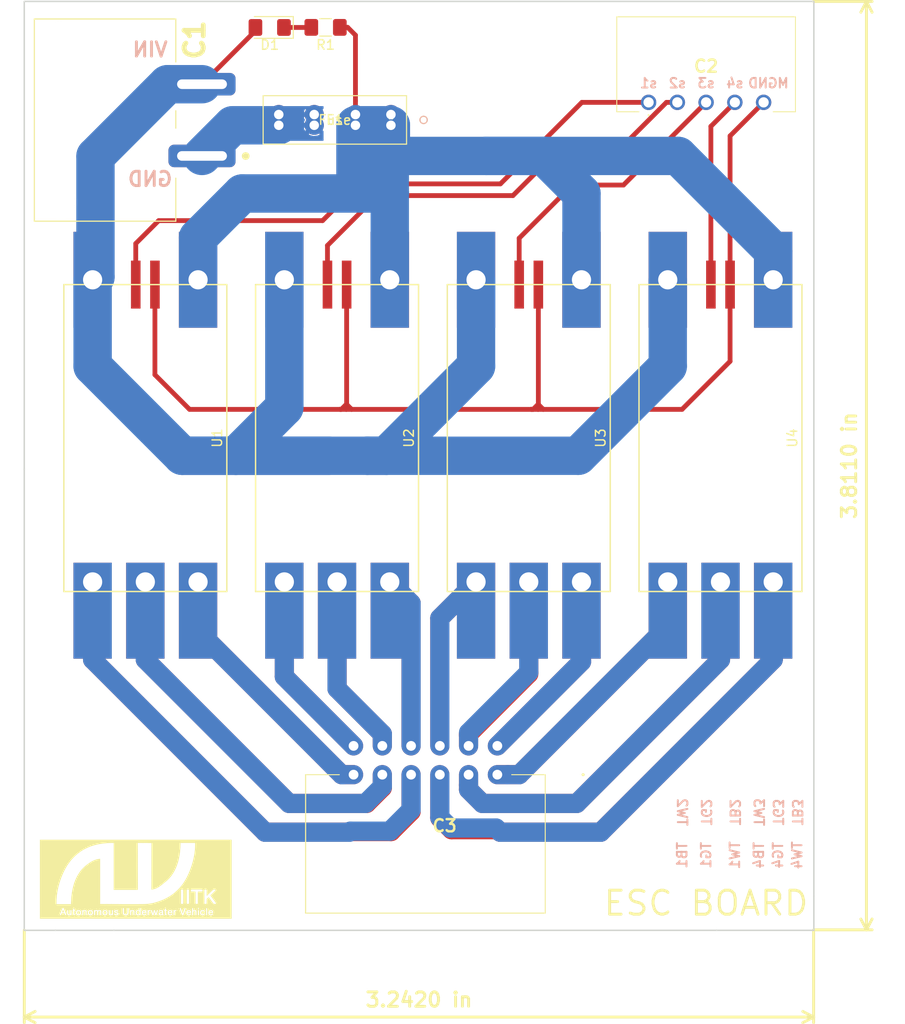
<source format=kicad_pcb>
(kicad_pcb (version 20171130) (host pcbnew "(5.0.2)-1")

  (general
    (thickness 1.6)
    (drawings 58)
    (tracks 199)
    (zones 0)
    (modules 11)
    (nets 22)
  )

  (page A4)
  (layers
    (0 F.Cu signal)
    (31 B.Cu signal)
    (32 B.Adhes user)
    (33 F.Adhes user)
    (34 B.Paste user)
    (35 F.Paste user)
    (36 B.SilkS user)
    (37 F.SilkS user)
    (38 B.Mask user)
    (39 F.Mask user)
    (40 Dwgs.User user)
    (41 Cmts.User user)
    (42 Eco1.User user)
    (43 Eco2.User user)
    (44 Edge.Cuts user)
    (45 Margin user)
    (46 B.CrtYd user)
    (47 F.CrtYd user)
    (48 B.Fab user)
    (49 F.Fab user)
  )

  (setup
    (last_trace_width 0.5)
    (user_trace_width 4)
    (trace_clearance 0.25)
    (zone_clearance 0.508)
    (zone_45_only no)
    (trace_min 0.2)
    (segment_width 0.2)
    (edge_width 0.15)
    (via_size 1)
    (via_drill 0.5)
    (via_min_size 0.4)
    (via_min_drill 0.3)
    (uvia_size 0.3)
    (uvia_drill 0.1)
    (uvias_allowed no)
    (uvia_min_size 0.2)
    (uvia_min_drill 0.1)
    (pcb_text_width 0.3)
    (pcb_text_size 1.5 1.5)
    (mod_edge_width 0.15)
    (mod_text_size 1 1)
    (mod_text_width 0.15)
    (pad_size 4 7)
    (pad_drill 0)
    (pad_to_mask_clearance 0.051)
    (solder_mask_min_width 0.25)
    (aux_axis_origin 0 0)
    (visible_elements 7FFFFFFF)
    (pcbplotparams
      (layerselection 0x010fc_ffffffff)
      (usegerberextensions true)
      (usegerberattributes false)
      (usegerberadvancedattributes false)
      (creategerberjobfile false)
      (excludeedgelayer true)
      (linewidth 0.100000)
      (plotframeref false)
      (viasonmask false)
      (mode 1)
      (useauxorigin false)
      (hpglpennumber 1)
      (hpglpenspeed 20)
      (hpglpendiameter 15.000000)
      (psnegative false)
      (psa4output false)
      (plotreference true)
      (plotvalue true)
      (plotinvisibletext false)
      (padsonsilk false)
      (subtractmaskfromsilk false)
      (outputformat 1)
      (mirror false)
      (drillshape 0)
      (scaleselection 1)
      (outputdirectory "C:/Users/kharo/Desktop/ESC_borad/"))
  )

  (net 0 "")
  (net 1 /GND)
  (net 2 /VIN)
  (net 3 /SPEED1)
  (net 4 /SPEED2)
  (net 5 /SPEED3)
  (net 6 /SPEED4)
  (net 7 /MGND)
  (net 8 /TB3)
  (net 9 /TG3)
  (net 10 /TW3)
  (net 11 /TB2)
  (net 12 /TG2)
  (net 13 /TW2)
  (net 14 /TW4)
  (net 15 /TG4)
  (net 16 /TB4)
  (net 17 /TW1)
  (net 18 /TG1)
  (net 19 /TB1)
  (net 20 "Net-(D1-Pad1)")
  (net 21 "Net-(C1-Pad2)")

  (net_class Default "This is the default net class."
    (clearance 0.25)
    (trace_width 0.5)
    (via_dia 1)
    (via_drill 0.5)
    (uvia_dia 0.3)
    (uvia_drill 0.1)
    (add_net /GND)
    (add_net /MGND)
    (add_net /SPEED1)
    (add_net /SPEED2)
    (add_net /SPEED3)
    (add_net /SPEED4)
    (add_net /TB1)
    (add_net /TB2)
    (add_net /TB3)
    (add_net /TB4)
    (add_net /TG1)
    (add_net /TG2)
    (add_net /TG3)
    (add_net /TG4)
    (add_net /TW1)
    (add_net /TW2)
    (add_net /TW3)
    (add_net /TW4)
    (add_net /VIN)
    (add_net "Net-(C1-Pad2)")
    (add_net "Net-(D1-Pad1)")
  )

  (module minibladefuse:MCCQ-122 (layer F.Cu) (tedit 6232DDEB) (tstamp 624BB3E6)
    (at 114.12 45.83 180)
    (path /6232DC6A)
    (fp_text reference F1 (at 5.850001 0 180) (layer F.SilkS)
      (effects (font (size 1 1) (thickness 0.15)))
    )
    (fp_text value Fuse (at 5.850001 0 180) (layer F.SilkS)
      (effects (font (size 1 1) (thickness 0.15)))
    )
    (fp_circle (center -3.408299 0) (end -3.027299 0) (layer B.SilkS) (width 0.12))
    (fp_circle (center -3.408299 0) (end -3.027299 0) (layer F.SilkS) (width 0.12))
    (fp_circle (center 0 -1.905) (end 0.381 -1.905) (layer F.Fab) (width 0.1))
    (fp_line (start 13.457301 -2.6543) (end -1.757299 -2.6543) (layer F.CrtYd) (width 0.05))
    (fp_line (start 13.457301 2.6543) (end 13.457301 -2.6543) (layer F.CrtYd) (width 0.05))
    (fp_line (start -1.757299 2.6543) (end 13.457301 2.6543) (layer F.CrtYd) (width 0.05))
    (fp_line (start -1.757299 -2.6543) (end -1.757299 2.6543) (layer F.CrtYd) (width 0.05))
    (fp_line (start -1.503299 -2.4003) (end -1.503299 2.4003) (layer F.Fab) (width 0.1))
    (fp_line (start 13.203301 -2.4003) (end -1.503299 -2.4003) (layer F.Fab) (width 0.1))
    (fp_line (start 13.203301 2.4003) (end 13.203301 -2.4003) (layer F.Fab) (width 0.1))
    (fp_line (start -1.503299 2.4003) (end 13.203301 2.4003) (layer F.Fab) (width 0.1))
    (fp_line (start -1.630299 -2.5273) (end -1.630299 2.5273) (layer F.SilkS) (width 0.12))
    (fp_line (start 13.330301 -2.5273) (end -1.630299 -2.5273) (layer F.SilkS) (width 0.12))
    (fp_line (start 13.330301 2.5273) (end 13.330301 -2.5273) (layer F.SilkS) (width 0.12))
    (fp_line (start -1.630299 2.5273) (end 13.330301 2.5273) (layer F.SilkS) (width 0.12))
    (fp_line (start 13.457301 -2.6543) (end -1.757299 -2.6543) (layer F.CrtYd) (width 0.05))
    (fp_line (start 13.457301 2.6543) (end 13.457301 -2.6543) (layer F.CrtYd) (width 0.05))
    (fp_line (start -1.757299 2.6543) (end 13.457301 2.6543) (layer F.CrtYd) (width 0.05))
    (fp_line (start -1.757299 -2.6543) (end -1.757299 2.6543) (layer F.CrtYd) (width 0.05))
    (fp_text user * (at 0 0 180) (layer F.Fab)
      (effects (font (size 1 1) (thickness 0.15)))
    )
    (fp_text user * (at 0 0 180) (layer F.SilkS)
      (effects (font (size 1 1) (thickness 0.15)))
    )
    (fp_text user "Copyright 2021 Accelerated Designs. All rights reserved." (at 0 0 180) (layer Cmts.User)
      (effects (font (size 0.127 0.127) (thickness 0.002)))
    )
    (pad 2 thru_hole circle (at 11.7 0.5588 180) (size 2 2) (drill 0.9906) (layers *.Cu *.Mask)
      (net 21 "Net-(C1-Pad2)"))
    (pad 2 thru_hole circle (at 11.7 -0.5588 180) (size 2 2) (drill 0.9906) (layers *.Cu *.Mask)
      (net 21 "Net-(C1-Pad2)"))
    (pad 2 thru_hole circle (at 8.000002 0.5588 180) (size 2 2) (drill 0.9906) (layers *.Cu *.Mask)
      (net 21 "Net-(C1-Pad2)"))
    (pad 2 thru_hole circle (at 8.000002 -0.5588 180) (size 2 2) (drill 0.9906) (layers *.Cu *.Mask)
      (net 21 "Net-(C1-Pad2)"))
    (pad 1 thru_hole circle (at 3.7 0.5588 180) (size 2 2) (drill 0.9906) (layers *.Cu *.Mask)
      (net 1 /GND))
    (pad 1 thru_hole circle (at 3.7 -0.5588 180) (size 2 2) (drill 0.9906) (layers *.Cu *.Mask)
      (net 1 /GND))
    (pad 1 thru_hole circle (at 0.000003 0.5588 180) (size 2 2) (drill 0.9906) (layers *.Cu *.Mask)
      (net 1 /GND))
    (pad 1 thru_hole circle (at 0.000003 -0.5588 180) (size 2 2) (drill 0.9906) (layers *.Cu *.Mask)
      (net 1 /GND))
  )

  (module Resistor_SMD:R_1206_3216Metric_Pad1.42x1.75mm_HandSolder (layer F.Cu) (tedit 5B301BBD) (tstamp 624BB27C)
    (at 107.3025 36.18 180)
    (descr "Resistor SMD 1206 (3216 Metric), square (rectangular) end terminal, IPC_7351 nominal with elongated pad for handsoldering. (Body size source: http://www.tortai-tech.com/upload/download/2011102023233369053.pdf), generated with kicad-footprint-generator")
    (tags "resistor handsolder")
    (path /5FEA2178)
    (attr smd)
    (fp_text reference R1 (at 0 -1.82 180) (layer F.SilkS)
      (effects (font (size 1 1) (thickness 0.15)))
    )
    (fp_text value R (at 0 1.82 180) (layer F.Fab)
      (effects (font (size 1 1) (thickness 0.15)))
    )
    (fp_line (start -1.6 0.8) (end -1.6 -0.8) (layer F.Fab) (width 0.1))
    (fp_line (start -1.6 -0.8) (end 1.6 -0.8) (layer F.Fab) (width 0.1))
    (fp_line (start 1.6 -0.8) (end 1.6 0.8) (layer F.Fab) (width 0.1))
    (fp_line (start 1.6 0.8) (end -1.6 0.8) (layer F.Fab) (width 0.1))
    (fp_line (start -0.602064 -0.91) (end 0.602064 -0.91) (layer F.SilkS) (width 0.12))
    (fp_line (start -0.602064 0.91) (end 0.602064 0.91) (layer F.SilkS) (width 0.12))
    (fp_line (start -2.45 1.12) (end -2.45 -1.12) (layer F.CrtYd) (width 0.05))
    (fp_line (start -2.45 -1.12) (end 2.45 -1.12) (layer F.CrtYd) (width 0.05))
    (fp_line (start 2.45 -1.12) (end 2.45 1.12) (layer F.CrtYd) (width 0.05))
    (fp_line (start 2.45 1.12) (end -2.45 1.12) (layer F.CrtYd) (width 0.05))
    (fp_text user %R (at 0 0 180) (layer F.Fab)
      (effects (font (size 0.8 0.8) (thickness 0.12)))
    )
    (pad 1 smd roundrect (at -1.4875 0 180) (size 1.425 1.75) (layers F.Cu F.Paste F.Mask) (roundrect_rratio 0.175439)
      (net 1 /GND))
    (pad 2 smd roundrect (at 1.4875 0 180) (size 1.425 1.75) (layers F.Cu F.Paste F.Mask) (roundrect_rratio 0.175439)
      (net 20 "Net-(D1-Pad1)"))
    (model ${KISYS3DMOD}/Resistor_SMD.3dshapes/R_1206_3216Metric.wrl
      (at (xyz 0 0 0))
      (scale (xyz 1 1 1))
      (rotate (xyz 0 0 0))
    )
  )

  (module ESC:ESC_footprint (layer F.Cu) (tedit 62305643) (tstamp 60042350)
    (at 140 95)
    (path /5FEA04B8)
    (fp_text reference U4 (at 16 -16 90) (layer F.SilkS)
      (effects (font (size 1 1) (thickness 0.15)))
    )
    (fp_text value ESCPINS (at 2 -17 90) (layer F.Fab)
      (effects (font (size 1 1) (thickness 0.15)))
    )
    (fp_line (start 0 0) (end 17 0) (layer F.SilkS) (width 0.15))
    (fp_line (start 17 0) (end 17 -32) (layer F.SilkS) (width 0.15))
    (fp_line (start 17 -32) (end 0 -32) (layer F.SilkS) (width 0.15))
    (fp_line (start 0 -32) (end 0 0) (layer F.SilkS) (width 0.15))
    (pad 3 thru_hole rect (at 3 -1) (size 4 10) (drill 2 (offset 0 3)) (layers *.Cu *.Mask)
      (net 14 /TW4))
    (pad 2 thru_hole rect (at 8.5 -1) (size 4 10) (drill 2 (offset 0 3)) (layers *.Cu *.Mask)
      (net 15 /TG4))
    (pad 1 thru_hole rect (at 14 -1) (size 4 10) (drill 2 (offset 0 3)) (layers *.Cu *.Mask)
      (net 16 /TB4))
    (pad 6 thru_hole rect (at 3 -32.5) (size 4 10) (drill 2) (layers *.Cu *.Mask)
      (net 2 /VIN))
    (pad 7 thru_hole rect (at 14 -32.5) (size 4 10) (drill 2) (layers *.Cu *.Mask)
      (net 1 /GND))
    (pad 4 smd rect (at 7.5 -32) (size 1 5) (layers F.Cu F.Paste F.Mask)
      (net 6 /SPEED4))
    (pad 5 smd rect (at 9.5 -32) (size 1 5) (layers F.Cu F.Paste F.Mask)
      (net 7 /MGND))
  )

  (module ESC:ESC_footprint (layer F.Cu) (tedit 62305643) (tstamp 60042341)
    (at 120 95)
    (path /5FEA0417)
    (fp_text reference U3 (at 16 -16 90) (layer F.SilkS)
      (effects (font (size 1 1) (thickness 0.15)))
    )
    (fp_text value ESCPINS (at 2 -17 90) (layer F.Fab)
      (effects (font (size 1 1) (thickness 0.15)))
    )
    (fp_line (start 0 0) (end 17 0) (layer F.SilkS) (width 0.15))
    (fp_line (start 17 0) (end 17 -32) (layer F.SilkS) (width 0.15))
    (fp_line (start 17 -32) (end 0 -32) (layer F.SilkS) (width 0.15))
    (fp_line (start 0 -32) (end 0 0) (layer F.SilkS) (width 0.15))
    (pad 3 thru_hole rect (at 3 -1) (size 4 10) (drill 2 (offset 0 3)) (layers *.Cu *.Mask)
      (net 10 /TW3))
    (pad 2 thru_hole rect (at 8.5 -1) (size 4 10) (drill 2 (offset 0 3)) (layers *.Cu *.Mask)
      (net 9 /TG3))
    (pad 1 thru_hole rect (at 14 -1) (size 4 10) (drill 2 (offset 0 3)) (layers *.Cu *.Mask)
      (net 8 /TB3))
    (pad 6 thru_hole rect (at 3 -32.5) (size 4 10) (drill 2) (layers *.Cu *.Mask)
      (net 2 /VIN))
    (pad 7 thru_hole rect (at 14 -32.5) (size 4 10) (drill 2) (layers *.Cu *.Mask)
      (net 1 /GND))
    (pad 4 smd rect (at 7.5 -32) (size 1 5) (layers F.Cu F.Paste F.Mask)
      (net 5 /SPEED3))
    (pad 5 smd rect (at 9.5 -32) (size 1 5) (layers F.Cu F.Paste F.Mask)
      (net 7 /MGND))
  )

  (module ESC:ESC_footprint (layer F.Cu) (tedit 62305643) (tstamp 60042332)
    (at 100 95)
    (path /5FEA037F)
    (fp_text reference U2 (at 16 -16 90) (layer F.SilkS)
      (effects (font (size 1 1) (thickness 0.15)))
    )
    (fp_text value ESCPINS (at 2 -17 90) (layer F.Fab)
      (effects (font (size 1 1) (thickness 0.15)))
    )
    (fp_line (start 0 0) (end 17 0) (layer F.SilkS) (width 0.15))
    (fp_line (start 17 0) (end 17 -32) (layer F.SilkS) (width 0.15))
    (fp_line (start 17 -32) (end 0 -32) (layer F.SilkS) (width 0.15))
    (fp_line (start 0 -32) (end 0 0) (layer F.SilkS) (width 0.15))
    (pad 3 thru_hole rect (at 3 -1) (size 4 10) (drill 2 (offset 0 3)) (layers *.Cu *.Mask)
      (net 13 /TW2))
    (pad 2 thru_hole rect (at 8.5 -1) (size 4 10) (drill 2 (offset 0 3)) (layers *.Cu *.Mask)
      (net 12 /TG2))
    (pad 1 thru_hole rect (at 14 -1) (size 4 10) (drill 2 (offset 0 3)) (layers *.Cu *.Mask)
      (net 11 /TB2))
    (pad 6 thru_hole rect (at 3 -32.5) (size 4 10) (drill 2) (layers *.Cu *.Mask)
      (net 2 /VIN))
    (pad 7 thru_hole rect (at 14 -32.5) (size 4 10) (drill 2) (layers *.Cu *.Mask)
      (net 1 /GND))
    (pad 4 smd rect (at 7.5 -32) (size 1 5) (layers F.Cu F.Paste F.Mask)
      (net 4 /SPEED2))
    (pad 5 smd rect (at 9.5 -32) (size 1 5) (layers F.Cu F.Paste F.Mask)
      (net 7 /MGND))
  )

  (module ESC:ESC_footprint (layer F.Cu) (tedit 62305643) (tstamp 60042323)
    (at 80 95)
    (path /5FEA0291)
    (fp_text reference U1 (at 16 -16 90) (layer F.SilkS)
      (effects (font (size 1 1) (thickness 0.15)))
    )
    (fp_text value ESCPINS (at 2 -17 90) (layer F.Fab)
      (effects (font (size 1 1) (thickness 0.15)))
    )
    (fp_line (start 0 0) (end 17 0) (layer F.SilkS) (width 0.15))
    (fp_line (start 17 0) (end 17 -32) (layer F.SilkS) (width 0.15))
    (fp_line (start 17 -32) (end 0 -32) (layer F.SilkS) (width 0.15))
    (fp_line (start 0 -32) (end 0 0) (layer F.SilkS) (width 0.15))
    (pad 3 thru_hole rect (at 3 -1) (size 4 10) (drill 2 (offset 0 3)) (layers *.Cu *.Mask)
      (net 17 /TW1))
    (pad 2 thru_hole rect (at 8.5 -1) (size 4 10) (drill 2 (offset 0 3)) (layers *.Cu *.Mask)
      (net 18 /TG1))
    (pad 1 thru_hole rect (at 14 -1) (size 4 10) (drill 2 (offset 0 3)) (layers *.Cu *.Mask)
      (net 19 /TB1))
    (pad 6 thru_hole rect (at 3 -32.5) (size 4 10) (drill 2) (layers *.Cu *.Mask)
      (net 2 /VIN))
    (pad 7 thru_hole rect (at 14 -32.5) (size 4 10) (drill 2) (layers *.Cu *.Mask)
      (net 1 /GND))
    (pad 4 smd rect (at 7.5 -32) (size 1 5) (layers F.Cu F.Paste F.Mask)
      (net 3 /SPEED1))
    (pad 5 smd rect (at 9.5 -32) (size 1 5) (layers F.Cu F.Paste F.Mask)
      (net 7 /MGND))
  )

  (module molex:Molex_Microfit_1x5_436500500 (layer F.Cu) (tedit 0) (tstamp 600422BB)
    (at 141 44 180)
    (descr 43650-0500-2)
    (tags Connector)
    (path /5FEA11BD)
    (fp_text reference C2 (at -6 3.77 180) (layer F.SilkS)
      (effects (font (size 1.27 1.27) (thickness 0.254)))
    )
    (fp_text value 1x5_connector (at -6 3.77 180) (layer F.SilkS) hide
      (effects (font (size 1.27 1.27) (thickness 0.254)))
    )
    (fp_text user %R (at -6 3.77 180) (layer F.Fab)
      (effects (font (size 1.27 1.27) (thickness 0.254)))
    )
    (fp_line (start -15.32 -0.98) (end 3.32 -0.98) (layer F.Fab) (width 0.2))
    (fp_line (start 3.32 -0.98) (end 3.32 8.92) (layer F.Fab) (width 0.2))
    (fp_line (start 3.32 8.92) (end -15.32 8.92) (layer F.Fab) (width 0.2))
    (fp_line (start -15.32 8.92) (end -15.32 -0.98) (layer F.Fab) (width 0.2))
    (fp_line (start -16.32 -2.38) (end 4.32 -2.38) (layer F.CrtYd) (width 0.1))
    (fp_line (start 4.32 -2.38) (end 4.32 9.92) (layer F.CrtYd) (width 0.1))
    (fp_line (start 4.32 9.92) (end -16.32 9.92) (layer F.CrtYd) (width 0.1))
    (fp_line (start -16.32 9.92) (end -16.32 -2.38) (layer F.CrtYd) (width 0.1))
    (fp_line (start -13 -0.98) (end -15.32 -0.98) (layer F.SilkS) (width 0.1))
    (fp_line (start -15.32 -0.98) (end -15.32 8.92) (layer F.SilkS) (width 0.1))
    (fp_line (start -15.32 8.92) (end 3.32 8.92) (layer F.SilkS) (width 0.1))
    (fp_line (start 3.32 8.92) (end 3.32 -0.98) (layer F.SilkS) (width 0.1))
    (fp_line (start 3.32 -0.98) (end 1.5 -0.98) (layer F.SilkS) (width 0.1))
    (fp_line (start 1 -0.98) (end 1.5 -0.98) (layer F.SilkS) (width 0.1))
    (fp_line (start 0 -1.28) (end 0 -1.28) (layer F.SilkS) (width 0.1))
    (fp_line (start 0 -1.38) (end 0 -1.38) (layer F.SilkS) (width 0.1))
    (fp_arc (start 0 -1.33) (end 0 -1.28) (angle 180) (layer F.SilkS) (width 0.1))
    (fp_arc (start 0 -1.33) (end 0 -1.38) (angle 180) (layer F.SilkS) (width 0.1))
    (pad 1 thru_hole circle (at 0 0 180) (size 1.605 1.605) (drill 1.07) (layers *.Cu *.Mask)
      (net 3 /SPEED1))
    (pad 2 thru_hole circle (at -3 0 180) (size 1.605 1.605) (drill 1.07) (layers *.Cu *.Mask)
      (net 4 /SPEED2))
    (pad 3 thru_hole circle (at -6 0 180) (size 1.605 1.605) (drill 1.07) (layers *.Cu *.Mask)
      (net 5 /SPEED3))
    (pad 4 thru_hole circle (at -9 0 180) (size 1.605 1.605) (drill 1.07) (layers *.Cu *.Mask)
      (net 6 /SPEED4))
    (pad 5 thru_hole circle (at -12 0 180) (size 1.605 1.605) (drill 1.07) (layers *.Cu *.Mask)
      (net 7 /MGND))
    (pad MH1 np_thru_hole circle (at -2.15 4.32 180) (size 3.05 0) (drill 3.05) (layers *.Cu *.Mask))
    (pad MH2 np_thru_hole circle (at -9.85 4.32 180) (size 3.05 0) (drill 3.05) (layers *.Cu *.Mask))
    (model 43650-0500.stp
      (offset (xyz -5.999999909888917 -4.010000168657741 2.28999992746067))
      (scale (xyz 1 1 1))
      (rotate (xyz -90 0 0))
    )
    (model "D:/AUV/New Electrical design/electrical-systems/ESC-board/3D_models/Molex_Microfit_1x5_436500500.stp"
      (offset (xyz -6 -4 3))
      (scale (xyz 1 1 1))
      (rotate (xyz -90 0 0))
    )
  )

  (module molex:Molex_microfit_2x6_444281201 (layer F.Cu) (tedit 0) (tstamp 60042ECB)
    (at 125.222 114.0968)
    (descr 44428-1201-2)
    (tags Connector)
    (path /5FEA0F57)
    (fp_text reference C3 (at -5.5 5.332) (layer F.SilkS)
      (effects (font (size 1.27 1.27) (thickness 0.254)))
    )
    (fp_text value 6x2_connector (at -5.5 5.332) (layer F.SilkS) hide
      (effects (font (size 1.27 1.27) (thickness 0.254)))
    )
    (fp_text user %R (at -5.5 5.332) (layer F.Fab)
      (effects (font (size 1.27 1.27) (thickness 0.254)))
    )
    (fp_line (start -20 14.43) (end 5 14.43) (layer F.Fab) (width 0.2))
    (fp_line (start 5 14.43) (end 5 0) (layer F.Fab) (width 0.2))
    (fp_line (start 5 0) (end -20 0) (layer F.Fab) (width 0.2))
    (fp_line (start -20 0) (end -20 14.43) (layer F.Fab) (width 0.2))
    (fp_line (start -16.5 0) (end -20 0) (layer F.SilkS) (width 0.1))
    (fp_line (start -20 0) (end -20 0) (layer F.SilkS) (width 0.1))
    (fp_line (start -20 0) (end -16.5 0) (layer F.SilkS) (width 0.1))
    (fp_line (start -16.5 0) (end -16.5 0) (layer F.SilkS) (width 0.1))
    (fp_line (start -20 14.43) (end 5 14.43) (layer F.SilkS) (width 0.1))
    (fp_line (start 5 14.43) (end 5 14.43) (layer F.SilkS) (width 0.1))
    (fp_line (start 5 14.43) (end -20 14.43) (layer F.SilkS) (width 0.1))
    (fp_line (start -20 14.43) (end -20 14.43) (layer F.SilkS) (width 0.1))
    (fp_line (start 5 0) (end 1.5 0) (layer F.SilkS) (width 0.1))
    (fp_line (start 1.5 0) (end 1.5 0) (layer F.SilkS) (width 0.1))
    (fp_line (start 1.5 0) (end 5 0) (layer F.SilkS) (width 0.1))
    (fp_line (start 5 0) (end 5 0) (layer F.SilkS) (width 0.1))
    (fp_line (start -21 -4.765) (end 10 -4.765) (layer F.CrtYd) (width 0.1))
    (fp_line (start 10 -4.765) (end 10 15.43) (layer F.CrtYd) (width 0.1))
    (fp_line (start 10 15.43) (end -21 15.43) (layer F.CrtYd) (width 0.1))
    (fp_line (start -21 15.43) (end -21 -4.765) (layer F.CrtYd) (width 0.1))
    (fp_line (start -20 0) (end -20 0) (layer F.SilkS) (width 0.1))
    (fp_line (start -20 0) (end -20 14.43) (layer F.SilkS) (width 0.1))
    (fp_line (start -20 14.43) (end -20 14.43) (layer F.SilkS) (width 0.1))
    (fp_line (start -20 14.43) (end -20 0) (layer F.SilkS) (width 0.1))
    (fp_line (start 5 14.43) (end 5 14.43) (layer F.SilkS) (width 0.1))
    (fp_line (start 5 14.43) (end 5 0) (layer F.SilkS) (width 0.1))
    (fp_line (start 5 0) (end 5 0) (layer F.SilkS) (width 0.1))
    (fp_line (start 5 0) (end 5 14.43) (layer F.SilkS) (width 0.1))
    (fp_line (start 8.9 0) (end 8.9 0) (layer F.SilkS) (width 0.2))
    (fp_line (start 9 0) (end 9 0) (layer F.SilkS) (width 0.2))
    (fp_line (start 8.9 0) (end 8.9 0) (layer F.SilkS) (width 0.2))
    (fp_arc (start 8.95 0) (end 8.9 0) (angle -180) (layer F.SilkS) (width 0.2))
    (fp_arc (start 8.95 0) (end 9 0) (angle -180) (layer F.SilkS) (width 0.2))
    (fp_arc (start 8.95 0) (end 8.9 0) (angle -180) (layer F.SilkS) (width 0.2))
    (pad 1 thru_hole circle (at 0 0) (size 1.53 1.53) (drill 1.02) (layers *.Cu *.Mask)
      (net 14 /TW4))
    (pad 2 thru_hole circle (at -3 0) (size 1.53 1.53) (drill 1.02) (layers *.Cu *.Mask)
      (net 15 /TG4))
    (pad 3 thru_hole circle (at -6 0) (size 1.53 1.53) (drill 1.02) (layers *.Cu *.Mask)
      (net 16 /TB4))
    (pad 4 thru_hole circle (at -9 0) (size 1.53 1.53) (drill 1.02) (layers *.Cu *.Mask)
      (net 17 /TW1))
    (pad 5 thru_hole circle (at -12 0) (size 1.53 1.53) (drill 1.02) (layers *.Cu *.Mask)
      (net 18 /TG1))
    (pad 6 thru_hole circle (at -15 0) (size 1.53 1.53) (drill 1.02) (layers *.Cu *.Mask)
      (net 19 /TB1))
    (pad 7 thru_hole circle (at 0 -3) (size 1.53 1.53) (drill 1.02) (layers *.Cu *.Mask)
      (net 8 /TB3))
    (pad 8 thru_hole circle (at -3 -3) (size 1.53 1.53) (drill 1.02) (layers *.Cu *.Mask)
      (net 9 /TG3))
    (pad 9 thru_hole circle (at -6 -3) (size 1.53 1.53) (drill 1.02) (layers *.Cu *.Mask)
      (net 10 /TW3))
    (pad 10 thru_hole circle (at -9 -3) (size 1.53 1.53) (drill 1.02) (layers *.Cu *.Mask)
      (net 11 /TB2))
    (pad 11 thru_hole circle (at -12 -3) (size 1.53 1.53) (drill 1.02) (layers *.Cu *.Mask)
      (net 12 /TG2))
    (pad 12 thru_hole circle (at -15 -3) (size 1.53 1.53) (drill 1.02) (layers *.Cu *.Mask)
      (net 13 /TW2))
    (pad MH1 np_thru_hole circle (at -12.84 8.53) (size 3 0) (drill 3) (layers *.Cu *.Mask))
    (pad MH2 np_thru_hole circle (at -2.16 8.53) (size 3 0) (drill 3) (layers *.Cu *.Mask))
    (model 44428-1201.stp
      (at (xyz 0 0 0))
      (scale (xyz 1 1 1))
      (rotate (xyz 0 0 0))
    )
    (model "D:/AUV/New Electrical design/electrical-systems/ESC-board/3D_models/Molex_microfit_2x6_444281201.stp"
      (offset (xyz -7.5 -9 7))
      (scale (xyz 1 1 1))
      (rotate (xyz -90 0 0))
    )
  )

  (module Diode_SMD:D_1206_3216Metric_Pad1.42x1.75mm_HandSolder (layer F.Cu) (tedit 5B4B45C8) (tstamp 6010987D)
    (at 101.4725 36.19 180)
    (descr "Diode SMD 1206 (3216 Metric), square (rectangular) end terminal, IPC_7351 nominal, (Body size source: http://www.tortai-tech.com/upload/download/2011102023233369053.pdf), generated with kicad-footprint-generator")
    (tags "diode handsolder")
    (path /5FEA1FA2)
    (attr smd)
    (fp_text reference D1 (at 0 -1.82 180) (layer F.SilkS)
      (effects (font (size 1 1) (thickness 0.15)))
    )
    (fp_text value LED (at 0 1.82 180) (layer F.Fab)
      (effects (font (size 1 1) (thickness 0.15)))
    )
    (fp_text user %R (at 0 0 180) (layer F.Fab)
      (effects (font (size 0.8 0.8) (thickness 0.12)))
    )
    (fp_line (start 2.45 1.12) (end -2.45 1.12) (layer F.CrtYd) (width 0.05))
    (fp_line (start 2.45 -1.12) (end 2.45 1.12) (layer F.CrtYd) (width 0.05))
    (fp_line (start -2.45 -1.12) (end 2.45 -1.12) (layer F.CrtYd) (width 0.05))
    (fp_line (start -2.45 1.12) (end -2.45 -1.12) (layer F.CrtYd) (width 0.05))
    (fp_line (start -2.46 1.135) (end 1.6 1.135) (layer F.SilkS) (width 0.12))
    (fp_line (start -2.46 -1.135) (end -2.46 1.135) (layer F.SilkS) (width 0.12))
    (fp_line (start 1.6 -1.135) (end -2.46 -1.135) (layer F.SilkS) (width 0.12))
    (fp_line (start 1.6 0.8) (end 1.6 -0.8) (layer F.Fab) (width 0.1))
    (fp_line (start -1.6 0.8) (end 1.6 0.8) (layer F.Fab) (width 0.1))
    (fp_line (start -1.6 -0.4) (end -1.6 0.8) (layer F.Fab) (width 0.1))
    (fp_line (start -1.2 -0.8) (end -1.6 -0.4) (layer F.Fab) (width 0.1))
    (fp_line (start 1.6 -0.8) (end -1.2 -0.8) (layer F.Fab) (width 0.1))
    (pad 2 smd roundrect (at 1.4875 0 180) (size 1.425 1.75) (layers F.Cu F.Paste F.Mask) (roundrect_rratio 0.175439)
      (net 2 /VIN))
    (pad 1 smd roundrect (at -1.4875 0 180) (size 1.425 1.75) (layers F.Cu F.Paste F.Mask) (roundrect_rratio 0.175439)
      (net 20 "Net-(D1-Pad1)"))
    (model ${KISYS3DMOD}/Diode_SMD.3dshapes/D_1206_3216Metric.wrl
      (at (xyz 0 0 0))
      (scale (xyz 1 1 1))
      (rotate (xyz 0 0 0))
    )
  )

  (module molex:molex_supersabre_1x2_172043-0201 (layer F.Cu) (tedit 62305A2F) (tstamp 601093B9)
    (at 94.4118 45.847 270)
    (path /5FEA16F4)
    (fp_text reference C1 (at -8.357 0.7718 270) (layer F.SilkS)
      (effects (font (size 2.001819 2.001819) (thickness 0.5)))
    )
    (fp_text value 1x2_connector (at 10.98388 19.87684 270) (layer F.Fab)
      (effects (font (size 2.001795 2.001795) (thickness 0.015)))
    )
    (fp_line (start -0.97 2.735) (end 0.843 2.735) (layer F.SilkS) (width 0.127))
    (fp_line (start -10.54 2.735) (end -6.06 2.735) (layer F.SilkS) (width 0.127))
    (fp_line (start 6.06 2.735) (end 10.54 2.735) (layer F.SilkS) (width 0.127))
    (fp_circle (center 3.748 -4.556) (end 3.948 -4.556) (layer F.SilkS) (width 0.4))
    (fp_line (start 10.79 -4) (end 10.79 17.74) (layer F.CrtYd) (width 0.05))
    (fp_line (start -10.79 -4) (end 10.79 -4) (layer F.CrtYd) (width 0.05))
    (fp_line (start -10.79 17.74) (end -10.79 -4) (layer F.CrtYd) (width 0.05))
    (fp_line (start 10.79 17.74) (end -10.79 17.74) (layer F.CrtYd) (width 0.05))
    (fp_line (start 10.54 2.735) (end 10.54 17.49) (layer F.SilkS) (width 0.127))
    (fp_line (start -10.54 17.49) (end -10.54 2.735) (layer F.SilkS) (width 0.127))
    (fp_line (start 10.54 17.49) (end -10.54 17.49) (layer F.SilkS) (width 0.127))
    (fp_line (start -10.54 17.49) (end 10.54 17.49) (layer F.Fab) (width 0.127))
    (fp_line (start -10.54 2.735) (end -10.54 17.49) (layer F.Fab) (width 0.127))
    (fp_line (start 10.54 2.735) (end -10.54 2.735) (layer F.Fab) (width 0.127))
    (fp_line (start 10.54 17.49) (end 10.54 2.735) (layer F.Fab) (width 0.127))
    (pad 2 thru_hole roundrect (at 3.74 0 270) (size 2.35 7) (drill oval 1 5.2) (layers *.Cu *.Mask) (roundrect_rratio 0.25)
      (net 21 "Net-(C1-Pad2)"))
    (pad 1 thru_hole roundrect (at -3.74 0 270) (size 2.35 7) (drill oval 1 5.2) (layers *.Cu *.Mask) (roundrect_rratio 0.25)
      (net 2 /VIN))
    (pad None np_thru_hole circle (at -8.545 14.715 270) (size 3 3) (drill 3) (layers *.Cu *.Mask))
    (pad None np_thru_hole circle (at 8.545 14.715 270) (size 3 3) (drill 3) (layers *.Cu *.Mask))
    (model "D:/AUV/New Electrical design/electrical-systems/ESC-board/3D_models/molex_supersabre_1x2_172043-0201.stp"
      (offset (xyz 48.5 -12.5 26.5))
      (scale (xyz 1 1 1))
      (rotate (xyz 90 0 180))
    )
  )

  (module logo:AUV_logo (layer F.Cu) (tedit 0) (tstamp 5FEC823C)
    (at 87.5 125)
    (fp_text reference G*** (at -7 -5.5) (layer F.SilkS) hide
      (effects (font (size 1.524 1.524) (thickness 0.3)))
    )
    (fp_text value LOGO (at 3.5 -5.5) (layer F.SilkS) hide
      (effects (font (size 1.524 1.524) (thickness 0.3)))
    )
    (fp_poly (pts (xy -7.580626 3.177479) (xy -7.572746 3.19289) (xy -7.561192 3.222168) (xy -7.544613 3.26753)
      (xy -7.536954 3.28878) (xy -7.520142 3.336879) (xy -7.506696 3.378099) (xy -7.497759 3.408716)
      (xy -7.494473 3.425009) (xy -7.494697 3.42646) (xy -7.506167 3.429825) (xy -7.532082 3.432244)
      (xy -7.566587 3.433653) (xy -7.603826 3.433987) (xy -7.637944 3.433181) (xy -7.663085 3.431172)
      (xy -7.673068 3.428426) (xy -7.672186 3.417123) (xy -7.665337 3.391075) (xy -7.653742 3.354541)
      (xy -7.643194 3.324286) (xy -7.626784 3.27875) (xy -7.611687 3.23678) (xy -7.600063 3.204387)
      (xy -7.595731 3.19226) (xy -7.590768 3.179382) (xy -7.586183 3.173716) (xy -7.580626 3.177479)) (layer F.SilkS) (width 0.01))
    (fp_poly (pts (xy 7.879852 3.325635) (xy 7.915928 3.356488) (xy 7.929907 3.376186) (xy 7.941478 3.398723)
      (xy 7.943409 3.414585) (xy 7.93352 3.424912) (xy 7.909628 3.430843) (xy 7.869552 3.433516)
      (xy 7.819038 3.43408) (xy 7.77245 3.433378) (xy 7.733756 3.431472) (xy 7.707215 3.428661)
      (xy 7.697204 3.425545) (xy 7.697914 3.410007) (xy 7.708943 3.385765) (xy 7.726638 3.358871)
      (xy 7.747346 3.335374) (xy 7.756147 3.327912) (xy 7.795468 3.310098) (xy 7.8382 3.309755)
      (xy 7.879852 3.325635)) (layer F.SilkS) (width 0.01))
    (fp_poly (pts (xy 5.583692 3.325635) (xy 5.619768 3.356488) (xy 5.633747 3.376186) (xy 5.645318 3.398723)
      (xy 5.647249 3.414585) (xy 5.63736 3.424912) (xy 5.613468 3.430843) (xy 5.573392 3.433516)
      (xy 5.522878 3.43408) (xy 5.47629 3.433378) (xy 5.437596 3.431472) (xy 5.411055 3.428661)
      (xy 5.401044 3.425545) (xy 5.401754 3.410007) (xy 5.412783 3.385765) (xy 5.430478 3.358871)
      (xy 5.451186 3.335374) (xy 5.459987 3.327912) (xy 5.499308 3.310098) (xy 5.54204 3.309755)
      (xy 5.583692 3.325635)) (layer F.SilkS) (width 0.01))
    (fp_poly (pts (xy 3.643132 3.325635) (xy 3.679208 3.356488) (xy 3.693187 3.376186) (xy 3.704758 3.398723)
      (xy 3.706689 3.414585) (xy 3.6968 3.424912) (xy 3.672908 3.430843) (xy 3.632832 3.433516)
      (xy 3.582318 3.43408) (xy 3.53573 3.433378) (xy 3.497036 3.431472) (xy 3.470495 3.428661)
      (xy 3.460484 3.425545) (xy 3.461194 3.410007) (xy 3.472223 3.385765) (xy 3.489918 3.358871)
      (xy 3.510626 3.335374) (xy 3.519427 3.327912) (xy 3.558748 3.310098) (xy 3.60148 3.309755)
      (xy 3.643132 3.325635)) (layer F.SilkS) (width 0.01))
    (fp_poly (pts (xy 2.733002 3.537222) (xy 2.723764 3.582657) (xy 2.698995 3.620823) (xy 2.662943 3.649088)
      (xy 2.619861 3.664821) (xy 2.573999 3.66539) (xy 2.542319 3.655261) (xy 2.519884 3.634396)
      (xy 2.511557 3.604087) (xy 2.518919 3.570886) (xy 2.521018 3.566864) (xy 2.540256 3.545653)
      (xy 2.572695 3.529509) (xy 2.620862 3.517472) (xy 2.66954 3.51048) (xy 2.73304 3.503204)
      (xy 2.733002 3.537222)) (layer F.SilkS) (width 0.01))
    (fp_poly (pts (xy 0.940572 3.325635) (xy 0.976648 3.356488) (xy 0.990627 3.376186) (xy 1.002198 3.398723)
      (xy 1.004129 3.414585) (xy 0.99424 3.424912) (xy 0.970348 3.430843) (xy 0.930272 3.433516)
      (xy 0.879758 3.43408) (xy 0.83317 3.433378) (xy 0.794476 3.431472) (xy 0.767935 3.428661)
      (xy 0.757924 3.425545) (xy 0.758634 3.410007) (xy 0.769663 3.385765) (xy 0.787358 3.358871)
      (xy 0.808066 3.335374) (xy 0.816867 3.327912) (xy 0.856188 3.310098) (xy 0.89892 3.309755)
      (xy 0.940572 3.325635)) (layer F.SilkS) (width 0.01))
    (fp_poly (pts (xy 0.302181 3.311298) (xy 0.340982 3.338149) (xy 0.366673 3.369289) (xy 0.380197 3.395016)
      (xy 0.387723 3.422253) (xy 0.390801 3.45832) (xy 0.39116 3.48488) (xy 0.386772 3.545814)
      (xy 0.3725 3.591919) (xy 0.346682 3.626945) (xy 0.31884 3.648141) (xy 0.27341 3.666431)
      (xy 0.229074 3.664441) (xy 0.18601 3.64219) (xy 0.174468 3.632571) (xy 0.14008 3.589935)
      (xy 0.119347 3.539479) (xy 0.111726 3.485178) (xy 0.116677 3.431012) (xy 0.133658 3.380957)
      (xy 0.162127 3.338992) (xy 0.201542 3.309093) (xy 0.219529 3.30164) (xy 0.259865 3.298285)
      (xy 0.302181 3.311298)) (layer F.SilkS) (width 0.01))
    (fp_poly (pts (xy -3.187037 3.304506) (xy -3.146213 3.320973) (xy -3.111566 3.351898) (xy -3.085594 3.39534)
      (xy -3.070798 3.449359) (xy -3.06832 3.48488) (xy -3.07547 3.543761) (xy -3.095226 3.593435)
      (xy -3.125046 3.631947) (xy -3.162392 3.657342) (xy -3.204723 3.667664) (xy -3.249497 3.660959)
      (xy -3.27853 3.646657) (xy -3.314361 3.612502) (xy -3.33831 3.566658) (xy -3.350395 3.513774)
      (xy -3.350637 3.458497) (xy -3.339053 3.405476) (xy -3.315663 3.359358) (xy -3.280485 3.324793)
      (xy -3.27722 3.322703) (xy -3.231539 3.304436) (xy -3.187037 3.304506)) (layer F.SilkS) (width 0.01))
    (fp_poly (pts (xy -4.711037 3.304506) (xy -4.670213 3.320973) (xy -4.635566 3.351898) (xy -4.609594 3.39534)
      (xy -4.594798 3.449359) (xy -4.59232 3.48488) (xy -4.59947 3.543761) (xy -4.619226 3.593435)
      (xy -4.649046 3.631947) (xy -4.686392 3.657342) (xy -4.728723 3.667664) (xy -4.773497 3.660959)
      (xy -4.80253 3.646657) (xy -4.838361 3.612502) (xy -4.86231 3.566658) (xy -4.874395 3.513774)
      (xy -4.874637 3.458497) (xy -4.863053 3.405476) (xy -4.839663 3.359358) (xy -4.804485 3.324793)
      (xy -4.80122 3.322703) (xy -4.755539 3.304436) (xy -4.711037 3.304506)) (layer F.SilkS) (width 0.01))
    (fp_poly (pts (xy -5.940397 3.304506) (xy -5.899573 3.320973) (xy -5.864926 3.351898) (xy -5.838954 3.39534)
      (xy -5.824158 3.449359) (xy -5.82168 3.48488) (xy -5.82883 3.543761) (xy -5.848586 3.593435)
      (xy -5.878406 3.631947) (xy -5.915752 3.657342) (xy -5.958083 3.667664) (xy -6.002857 3.660959)
      (xy -6.03189 3.646657) (xy -6.067721 3.612502) (xy -6.09167 3.566658) (xy -6.103755 3.513774)
      (xy -6.103997 3.458497) (xy -6.092413 3.405476) (xy -6.069023 3.359358) (xy -6.033845 3.324793)
      (xy -6.03058 3.322703) (xy -5.984899 3.304436) (xy -5.940397 3.304506)) (layer F.SilkS) (width 0.01))
    (fp_poly (pts (xy 9.99744 4.1148) (xy -9.99744 4.1148) (xy -9.99744 3.727529) (xy -7.9248 3.727529)
      (xy -7.923329 3.739742) (xy -7.915814 3.746125) (xy -7.89761 3.748105) (xy -7.864068 3.747109)
      (xy -7.861439 3.746984) (xy -7.798077 3.74396) (xy -7.718579 3.53568) (xy -7.588096 3.53568)
      (xy -7.532979 3.53552) (xy -7.494128 3.536809) (xy -7.467523 3.542197) (xy -7.449146 3.554336)
      (xy -7.434978 3.575875) (xy -7.421 3.609466) (xy -7.403251 3.6576) (xy -7.37108 3.74396)
      (xy -7.307449 3.746988) (xy -7.270347 3.74759) (xy -7.248971 3.74445) (xy -7.238943 3.736775)
      (xy -7.237818 3.734381) (xy -7.239196 3.719605) (xy -7.24716 3.690014) (xy -7.260481 3.649548)
      (xy -7.277934 3.602151) (xy -7.283023 3.589113) (xy -7.302819 3.538817) (xy -7.327863 3.474912)
      (xy -7.356068 3.402741) (xy -7.385347 3.327646) (xy -7.413612 3.254968) (xy -7.417047 3.24612)
      (xy -7.428999 3.21564) (xy -7.15772 3.21564) (xy -7.15772 3.43408) (xy -7.157587 3.506976)
      (xy -7.157026 3.562526) (xy -7.155796 3.603703) (xy -7.153657 3.63348) (xy -7.150369 3.654829)
      (xy -7.145691 3.670723) (xy -7.139381 3.684136) (xy -7.137158 3.68808) (xy -7.104176 3.725903)
      (xy -7.0581 3.752259) (xy -7.003172 3.766275) (xy -6.943636 3.767082) (xy -6.883734 3.753809)
      (xy -6.861311 3.744685) (xy -6.830492 3.731403) (xy -6.813047 3.727329) (xy -6.804641 3.731712)
      (xy -6.80321 3.734624) (xy -6.789568 3.744644) (xy -6.757842 3.748858) (xy -6.746559 3.74904)
      (xy -6.69544 3.74904) (xy -6.69544 3.25628) (xy -6.61416 3.25628) (xy -6.613277 3.283961)
      (xy -6.607425 3.297331) (xy -6.5918 3.302398) (xy -6.57606 3.303926) (xy -6.53796 3.30708)
      (xy -6.5278 3.700012) (xy -6.498836 3.72492) (xy -6.48245 3.73736) (xy -6.465408 3.744515)
      (xy -6.441951 3.747519) (xy -6.40632 3.747503) (xy -6.387076 3.746894) (xy -6.346292 3.745196)
      (xy -6.321546 3.742622) (xy -6.308571 3.73761) (xy -6.303094 3.728596) (xy -6.301006 3.715405)
      (xy -6.304334 3.68302) (xy -6.323191 3.66373) (xy -6.355967 3.6576) (xy -6.386549 3.651674)
      (xy -6.400443 3.637947) (xy -6.404979 3.619382) (xy -6.408257 3.586001) (xy -6.4103 3.542283)
      (xy -6.411131 3.492704) (xy -6.410874 3.456063) (xy -6.23482 3.456063) (xy -6.233683 3.529905)
      (xy -6.217416 3.603769) (xy -6.186872 3.666584) (xy -6.143551 3.716161) (xy -6.088952 3.750307)
      (xy -6.080566 3.753704) (xy -6.045059 3.762011) (xy -5.99783 3.766166) (xy -5.945451 3.766346)
      (xy -5.894494 3.76273) (xy -5.851531 3.755495) (xy -5.826549 3.746816) (xy -5.773202 3.707621)
      (xy -5.732226 3.654543) (xy -5.704637 3.590552) (xy -5.69969 3.563558) (xy -5.586282 3.563558)
      (xy -5.586229 3.629637) (xy -5.585405 3.679252) (xy -5.583739 3.714327) (xy -5.581157 3.736784)
      (xy -5.577589 3.748547) (xy -5.575476 3.750978) (xy -5.557991 3.755581) (xy -5.529278 3.757164)
      (xy -5.51688 3.756766) (xy -5.47116 3.75412) (xy -5.46608 3.57632) (xy -5.46377 3.507984)
      (xy -5.461059 3.456773) (xy -5.457599 3.419494) (xy -5.453041 3.392953) (xy -5.447035 3.373954)
      (xy -5.443049 3.365671) (xy -5.414572 3.331444) (xy -5.376148 3.308958) (xy -5.333654 3.300258)
      (xy -5.292967 3.307389) (xy -5.285542 3.310906) (xy -5.269945 3.320978) (xy -5.258019 3.334171)
      (xy -5.249176 3.353255) (xy -5.242828 3.380998) (xy -5.238385 3.420171) (xy -5.235261 3.473544)
      (xy -5.232866 3.543885) (xy -5.2324 3.56108) (xy -5.22732 3.75412) (xy -5.12572 3.75412)
      (xy -5.123036 3.53568) (xy -5.122291 3.462294) (xy -5.122284 3.456063) (xy -5.00546 3.456063)
      (xy -5.004323 3.529905) (xy -4.988056 3.603769) (xy -4.957512 3.666584) (xy -4.914191 3.716161)
      (xy -4.859592 3.750307) (xy -4.851206 3.753704) (xy -4.815699 3.762011) (xy -4.76847 3.766166)
      (xy -4.716091 3.766346) (xy -4.665134 3.76273) (xy -4.622171 3.755495) (xy -4.597189 3.746816)
      (xy -4.543842 3.707621) (xy -4.502866 3.654543) (xy -4.486467 3.616506) (xy -4.357242 3.616506)
      (xy -4.356836 3.662951) (xy -4.355666 3.696312) (xy -4.353601 3.718999) (xy -4.350513 3.733424)
      (xy -4.34627 3.741998) (xy -4.34164 3.7465) (xy -4.310799 3.757948) (xy -4.274699 3.755737)
      (xy -4.256373 3.748682) (xy -4.249145 3.743477) (xy -4.243939 3.734776) (xy -4.240426 3.719551)
      (xy -4.238277 3.694771) (xy -4.237165 3.657407) (xy -4.23676 3.604429) (xy -4.23672 3.567305)
      (xy -4.236564 3.504103) (xy -4.235832 3.457735) (xy -4.234132 3.424714) (xy -4.231069 3.401553)
      (xy -4.226251 3.384766) (xy -4.219284 3.370867) (xy -4.213546 3.361922) (xy -4.188494 3.333546)
      (xy -4.158045 3.310034) (xy -4.154621 3.30809) (xy -4.129171 3.296235) (xy -4.110472 3.294929)
      (xy -4.089193 3.30301) (xy -4.070974 3.313353) (xy -4.057219 3.326438) (xy -4.047308 3.345062)
      (xy -4.040622 3.372021) (xy -4.03654 3.410114) (xy -4.034444 3.462135) (xy -4.033714 3.530883)
      (xy -4.03367 3.553677) (xy -4.03352 3.739315) (xy -4.008898 3.750534) (xy -3.980753 3.75656)
      (xy -3.947938 3.754936) (xy -3.9116 3.748119) (xy -3.911563 3.568239) (xy -3.911353 3.502522)
      (xy -3.910542 3.453767) (xy -3.908805 3.418621) (xy -3.905821 3.393729) (xy -3.901266 3.375735)
      (xy -3.894818 3.361285) (xy -3.89102 3.354728) (xy -3.86164 3.321635) (xy -3.825176 3.302353)
      (xy -3.786559 3.297825) (xy -3.750717 3.308996) (xy -3.732008 3.324269) (xy -3.725489 3.333576)
      (xy -3.720493 3.347124) (xy -3.71671 3.367795) (xy -3.713832 3.398471) (xy -3.711548 3.442032)
      (xy -3.70955 3.50136) (xy -3.7084 3.544108) (xy -3.70332 3.743506) (xy -3.67538 3.753314)
      (xy -3.635224 3.757159) (xy -3.6195 3.753303) (xy -3.59156 3.743484) (xy -3.588928 3.530362)
      (xy -3.588213 3.457506) (xy -3.588213 3.456063) (xy -3.48146 3.456063) (xy -3.480323 3.529905)
      (xy -3.464056 3.603769) (xy -3.433512 3.666584) (xy -3.390191 3.716161) (xy -3.335592 3.750307)
      (xy -3.327206 3.753704) (xy -3.291699 3.762011) (xy -3.24447 3.766166) (xy -3.192091 3.766346)
      (xy -3.141134 3.76273) (xy -3.098171 3.755495) (xy -3.073189 3.746816) (xy -3.019842 3.707621)
      (xy -2.978866 3.654543) (xy -2.951277 3.590552) (xy -2.938093 3.518617) (xy -2.940329 3.441708)
      (xy -2.95081 3.389435) (xy -2.97696 3.32271) (xy -3.015754 3.271164) (xy -3.068519 3.233101)
      (xy -3.075928 3.229322) (xy -3.11783 3.21564) (xy -2.82956 3.21564) (xy -2.82956 3.43408)
      (xy -2.829427 3.506976) (xy -2.828866 3.562526) (xy -2.827636 3.603703) (xy -2.825497 3.63348)
      (xy -2.822209 3.654829) (xy -2.817531 3.670723) (xy -2.811221 3.684136) (xy -2.808998 3.68808)
      (xy -2.776016 3.725903) (xy -2.72994 3.752259) (xy -2.675012 3.766275) (xy -2.615476 3.767082)
      (xy -2.555574 3.753809) (xy -2.533151 3.744685) (xy -2.502332 3.731403) (xy -2.484887 3.727329)
      (xy -2.476481 3.731712) (xy -2.47505 3.734624) (xy -2.461408 3.744644) (xy -2.429682 3.748858)
      (xy -2.418399 3.74904) (xy -2.36728 3.74904) (xy -2.36728 3.611656) (xy -2.26507 3.611656)
      (xy -2.261228 3.642586) (xy -2.245824 3.679322) (xy -2.216673 3.715262) (xy -2.179624 3.744234)
      (xy -2.152966 3.756787) (xy -2.127235 3.761677) (xy -2.087556 3.764914) (xy -2.040265 3.76608)
      (xy -2.01676 3.765781) (xy -1.964199 3.763493) (xy -1.926221 3.759134) (xy -1.897123 3.751716)
      (xy -1.872129 3.740739) (xy -1.829897 3.711715) (xy -1.80408 3.675135) (xy -1.791456 3.626148)
      (xy -1.790538 3.617812) (xy -1.79098 3.569555) (xy -1.803685 3.53009) (xy -1.830387 3.497742)
      (xy -1.872819 3.470836) (xy -1.932713 3.447696) (xy -1.980483 3.434224) (xy -2.043711 3.416525)
      (xy -2.088225 3.399957) (xy -2.115509 3.383433) (xy -2.127047 3.365865) (xy -2.124325 3.346167)
      (xy -2.117302 3.334051) (xy -2.091672 3.313564) (xy -2.056197 3.304902) (xy -2.017028 3.307366)
      (xy -1.980321 3.320255) (xy -1.952227 3.342868) (xy -1.945203 3.353646) (xy -1.934457 3.370851)
      (xy -1.920911 3.379692) (xy -1.898007 3.382908) (xy -1.87426 3.38328) (xy -1.81864 3.38328)
      (xy -1.818678 3.35026) (xy -1.827277 3.309303) (xy -1.849784 3.268827) (xy -1.8814 3.237244)
      (xy -1.884268 3.235296) (xy -1.91883 3.220419) (xy -1.966739 3.209909) (xy -2.021352 3.204473)
      (xy -2.076029 3.20482) (xy -2.118238 3.210327) (xy -2.161473 3.222589) (xy -2.194089 3.240853)
      (xy -2.217298 3.261386) (xy -2.238538 3.284152) (xy -2.249986 3.303485) (xy -2.254646 3.327354)
      (xy -2.25552 3.36278) (xy -2.254512 3.399147) (xy -2.249737 3.42283) (xy -2.238574 3.441433)
      (xy -2.2225 3.458542) (xy -2.201245 3.4761) (xy -2.17406 3.491229) (xy -2.137333 3.505335)
      (xy -2.087453 3.519825) (xy -2.02692 3.534685) (xy -1.977205 3.551019) (xy -1.942655 3.57239)
      (xy -1.924593 3.597114) (xy -1.92434 3.623506) (xy -1.939369 3.646248) (xy -1.973067 3.667089)
      (xy -2.014707 3.674716) (xy -2.058482 3.670158) (xy -2.098588 3.654447) (xy -2.12922 3.628615)
      (xy -2.139851 3.610644) (xy -2.149885 3.590203) (xy -2.162157 3.580068) (xy -2.183503 3.576646)
      (xy -2.205176 3.57632) (xy -2.240831 3.579002) (xy -2.259744 3.589538) (xy -2.26507 3.611656)
      (xy -2.36728 3.611656) (xy -2.36728 3.209545) (xy -2.4257 3.212592) (xy -2.48412 3.21564)
      (xy -2.4892 3.39394) (xy -2.491409 3.460972) (xy -2.493906 3.51085) (xy -2.49705 3.546741)
      (xy -2.501202 3.571812) (xy -2.50672 3.589228) (xy -2.512613 3.600165) (xy -2.536186 3.626617)
      (xy -2.567227 3.649811) (xy -2.59825 3.664769) (xy -2.614165 3.667722) (xy -2.642166 3.66143)
      (xy -2.672003 3.645969) (xy -2.69436 3.626612) (xy -2.698702 3.619875) (xy -2.701721 3.604327)
      (xy -2.704854 3.571984) (xy -2.707869 3.526371) (xy -2.710533 3.47101) (xy -2.712613 3.409426)
      (xy -2.712633 3.40868) (xy -2.7178 3.21564) (xy -2.82956 3.21564) (xy -3.11783 3.21564)
      (xy -3.129918 3.211693) (xy -3.193738 3.204466) (xy -3.259805 3.207566) (xy -3.32054 3.220919)
      (xy -3.34772 3.232) (xy -3.399655 3.26884) (xy -3.440109 3.320379) (xy -3.467804 3.383745)
      (xy -3.48146 3.456063) (xy -3.588213 3.456063) (xy -3.588226 3.401973) (xy -3.589153 3.360776)
      (xy -3.591176 3.330926) (xy -3.594479 3.309433) (xy -3.599246 3.293309) (xy -3.604168 3.282402)
      (xy -3.624973 3.248922) (xy -3.649582 3.226448) (xy -3.682285 3.21303) (xy -3.727372 3.206721)
      (xy -3.773436 3.20548) (xy -3.818859 3.205955) (xy -3.849556 3.208179) (xy -3.871116 3.21335)
      (xy -3.889126 3.222666) (xy -3.904215 3.233512) (xy -3.928213 3.249975) (xy -3.942019 3.253667)
      (xy -3.949144 3.247588) (xy -3.972105 3.226357) (xy -4.009379 3.210944) (xy -4.055648 3.201922)
      (xy -4.105595 3.199864) (xy -4.153901 3.205341) (xy -4.195249 3.218926) (xy -4.198734 3.22072)
      (xy -4.226427 3.23501) (xy -4.240771 3.239756) (xy -4.24613 3.23537) (xy -4.24688 3.225269)
      (xy -4.250907 3.216023) (xy -4.265886 3.21206) (xy -4.296161 3.212345) (xy -4.30022 3.212569)
      (xy -4.35356 3.21564) (xy -4.356282 3.47472) (xy -4.357014 3.554565) (xy -4.357242 3.616506)
      (xy -4.486467 3.616506) (xy -4.475277 3.590552) (xy -4.462093 3.518617) (xy -4.464329 3.441708)
      (xy -4.47481 3.389435) (xy -4.50096 3.32271) (xy -4.539754 3.271164) (xy -4.592519 3.233101)
      (xy -4.599928 3.229322) (xy -4.653918 3.211693) (xy -4.717738 3.204466) (xy -4.783805 3.207566)
      (xy -4.84454 3.220919) (xy -4.87172 3.232) (xy -4.923655 3.26884) (xy -4.964109 3.320379)
      (xy -4.991804 3.383745) (xy -5.00546 3.456063) (xy -5.122284 3.456063) (xy -5.122224 3.406258)
      (xy -5.123019 3.364607) (xy -5.124865 3.334376) (xy -5.127948 3.3126) (xy -5.132454 3.296315)
      (xy -5.138571 3.282556) (xy -5.139028 3.28168) (xy -5.168613 3.245886) (xy -5.212084 3.219575)
      (xy -5.264906 3.203652) (xy -5.322543 3.199019) (xy -5.380461 3.206582) (xy -5.428071 3.224049)
      (xy -5.455538 3.237407) (xy -5.470095 3.241718) (xy -5.476801 3.237422) (xy -5.479796 3.22854)
      (xy -5.486218 3.21695) (xy -5.501066 3.212072) (xy -5.52987 3.212266) (xy -5.533863 3.21251)
      (xy -5.58292 3.21564) (xy -5.585636 3.479092) (xy -5.586282 3.563558) (xy -5.69969 3.563558)
      (xy -5.691453 3.518617) (xy -5.693689 3.441708) (xy -5.70417 3.389435) (xy -5.73032 3.32271)
      (xy -5.769114 3.271164) (xy -5.821879 3.233101) (xy -5.829288 3.229322) (xy -5.883278 3.211693)
      (xy -5.947098 3.204466) (xy -6.013165 3.207566) (xy -6.0739 3.220919) (xy -6.10108 3.232)
      (xy -6.153015 3.26884) (xy -6.193469 3.320379) (xy -6.221164 3.383745) (xy -6.23482 3.456063)
      (xy -6.410874 3.456063) (xy -6.410773 3.441742) (xy -6.40925 3.393875) (xy -6.406585 3.35358)
      (xy -6.4028 3.325335) (xy -6.398768 3.314191) (xy -6.381078 3.306104) (xy -6.353479 3.302095)
      (xy -6.348653 3.302) (xy -6.317464 3.29576) (xy -6.301864 3.27673) (xy -6.301538 3.244443)
      (xy -6.303557 3.235226) (xy -6.311192 3.21861) (xy -6.327203 3.211666) (xy -6.348162 3.21056)
      (xy -6.378927 3.207588) (xy -6.397893 3.196251) (xy -6.407673 3.17292) (xy -6.409531 3.150325)
      (xy -1.360631 3.150325) (xy -1.360473 3.217846) (xy -1.359681 3.303588) (xy -1.359629 3.30813)
      (xy -1.35859 3.391871) (xy -1.357493 3.457861) (xy -1.356137 3.508666) (xy -1.354321 3.546853)
      (xy -1.351842 3.574991) (xy -1.3485 3.595645) (xy -1.344092 3.611384) (xy -1.338416 3.624775)
      (xy -1.334099 3.633161) (xy -1.3042 3.678153) (xy -1.266398 3.713258) (xy -1.217201 3.740677)
      (xy -1.153115 3.762607) (xy -1.11252 3.772622) (xy -1.059051 3.778024) (xy -0.996188 3.773852)
      (xy -0.963161 3.768108) (xy -0.893834 3.747192) (xy -0.839277 3.716135) (xy -0.804655 3.683741)
      (xy -0.787004 3.661673) (xy -0.772942 3.638371) (xy -0.762074 3.611295) (xy -0.754003 3.577908)
      (xy -0.752077 3.563558) (xy -0.597722 3.563558) (xy -0.597669 3.629637) (xy -0.596845 3.679252)
      (xy -0.595179 3.714327) (xy -0.592597 3.736784) (xy -0.589029 3.748547) (xy -0.586916 3.750978)
      (xy -0.569431 3.755581) (xy -0.540718 3.757164) (xy -0.52832 3.756766) (xy -0.4826 3.75412)
      (xy -0.47752 3.57632) (xy -0.47521 3.507984) (xy -0.472499 3.456773) (xy -0.469039 3.419494)
      (xy -0.464481 3.392953) (xy -0.458475 3.373954) (xy -0.454489 3.365671) (xy -0.426012 3.331444)
      (xy -0.387588 3.308958) (xy -0.345094 3.300258) (xy -0.304407 3.307389) (xy -0.296982 3.310906)
      (xy -0.281385 3.320978) (xy -0.269459 3.334171) (xy -0.260616 3.353255) (xy -0.254268 3.380998)
      (xy -0.249825 3.420171) (xy -0.246701 3.473544) (xy -0.244306 3.543885) (xy -0.24384 3.56108)
      (xy -0.23876 3.75412) (xy -0.13716 3.75412) (xy -0.134476 3.53568) (xy -0.133731 3.462294)
      (xy -0.133706 3.440836) (xy -0.015026 3.440836) (xy -0.014492 3.518674) (xy -0.010971 3.545692)
      (xy 0.009388 3.620279) (xy 0.044057 3.680611) (xy 0.092872 3.726469) (xy 0.147907 3.754869)
      (xy 0.185633 3.763149) (xy 0.233935 3.765945) (xy 0.28502 3.763583) (xy 0.331093 3.756389)
      (xy 0.362036 3.745946) (xy 0.383899 3.736747) (xy 0.397208 3.738796) (xy 0.40426 3.745073)
      (xy 0.425854 3.755942) (xy 0.457041 3.758692) (xy 0.488639 3.752969) (xy 0.498507 3.748682)
      (xy 0.503742 3.745098) (xy 0.507955 3.739169) (xy 0.511257 3.728849) (xy 0.513759 3.71209)
      (xy 0.515571 3.686845) (xy 0.516804 3.651067) (xy 0.517569 3.602709) (xy 0.517976 3.539724)
      (xy 0.518123 3.465986) (xy 0.622658 3.465986) (xy 0.627745 3.548712) (xy 0.629825 3.560579)
      (xy 0.651674 3.633641) (xy 0.686616 3.691193) (xy 0.734456 3.733075) (xy 0.795003 3.759125)
      (xy 0.868063 3.769179) (xy 0.878294 3.769303) (xy 0.921133 3.767713) (xy 0.961692 3.763624)
      (xy 0.988337 3.758589) (xy 1.033273 3.738073) (xy 1.073734 3.705202) (xy 1.105506 3.664859)
      (xy 1.12438 3.621926) (xy 1.12776 3.596966) (xy 1.125378 3.584962) (xy 1.114988 3.578759)
      (xy 1.091719 3.576523) (xy 1.072883 3.57632) (xy 1.040438 3.577273) (xy 1.021098 3.582407)
      (xy 1.007663 3.59513) (xy 0.996732 3.612378) (xy 0.965631 3.647761) (xy 0.926286 3.667482)
      (xy 0.882913 3.67193) (xy 0.839726 3.661493) (xy 0.800941 3.636563) (xy 0.770772 3.597527)
      (xy 0.76759 3.5912) (xy 0.757894 3.569516) (xy 0.753683 3.553251) (xy 0.757149 3.541574)
      (xy 0.770485 3.533654) (xy 0.795884 3.528659) (xy 0.835539 3.52576) (xy 0.891644 3.524125)
      (xy 0.947012 3.52321) (xy 1.13284 3.52044) (xy 1.13284 3.453663) (xy 1.124199 3.381615)
      (xy 1.099222 3.318042) (xy 1.059328 3.26572) (xy 1.021721 3.236298) (xy 0.994117 3.220528)
      (xy 0.973687 3.212762) (xy 1.22936 3.212762) (xy 1.22936 3.479208) (xy 1.229608 3.550835)
      (xy 1.230308 3.615694) (xy 1.231391 3.671037) (xy 1.232789 3.714118) (xy 1.234434 3.74219)
      (xy 1.236133 3.752426) (xy 1.250776 3.75706) (xy 1.277103 3.758967) (xy 1.306658 3.758094)
      (xy 1.330981 3.75439) (xy 1.335209 3.753032) (xy 1.341585 3.747863) (xy 1.346072 3.736033)
      (xy 1.348988 3.714511) (xy 1.350654 3.680267) (xy 1.351386 3.630269) (xy 1.351503 3.598092)
      (xy 1.353384 3.51722) (xy 1.359524 3.453933) (xy 1.371069 3.405737) (xy 1.389168 3.370135)
      (xy 1.41497 3.344634) (xy 1.449624 3.326738) (xy 1.480813 3.317133) (xy 1.52908 3.304924)
      (xy 1.53215 3.252662) (xy 1.53366 3.226952) (xy 1.567872 3.226952) (xy 1.569344 3.24022)
      (xy 1.576302 3.269565) (xy 1.587753 3.311799) (xy 1.602707 3.363739) (xy 1.620172 3.422199)
      (xy 1.639157 3.483995) (xy 1.658672 3.54594) (xy 1.677725 3.604851) (xy 1.695324 3.657542)
      (xy 1.71048 3.700827) (xy 1.722201 3.731523) (xy 1.729495 3.746443) (xy 1.72954 3.7465)
      (xy 1.745434 3.753858) (xy 1.773396 3.758044) (xy 1.805378 3.758745) (xy 1.833333 3.755652)
      (xy 1.846285 3.751006) (xy 1.852794 3.738986) (xy 1.863053 3.710617) (xy 1.875989 3.66929)
      (xy 1.890529 3.618396) (xy 1.902417 3.573758) (xy 1.946143 3.404391) (xy 1.989251 3.573687)
      (xy 2.004112 3.629749) (xy 2.018253 3.678916) (xy 2.030608 3.717789) (xy 2.040111 3.74297)
      (xy 2.044879 3.750935) (xy 2.065045 3.75692) (xy 2.0948 3.758918) (xy 2.126187 3.757236)
      (xy 2.151245 3.752176) (xy 2.160988 3.7465) (xy 2.170244 3.728556) (xy 2.180169 3.701583)
      (xy 2.181195 3.69824) (xy 2.187411 3.678137) (xy 2.198748 3.642107) (xy 2.214121 3.593573)
      (xy 2.216642 3.585644) (xy 2.379884 3.585644) (xy 2.382165 3.64035) (xy 2.393541 3.67711)
      (xy 2.416186 3.715732) (xy 2.45022 3.742147) (xy 2.496651 3.758878) (xy 2.540968 3.76453)
      (xy 2.593838 3.763395) (xy 2.646698 3.756298) (xy 2.690983 3.74406) (xy 2.702065 3.739132)
      (xy 2.726355 3.727493) (xy 2.740036 3.725301) (xy 2.7505 3.73257) (xy 2.756407 3.739259)
      (xy 2.787696 3.760868) (xy 2.829668 3.767799) (xy 2.863974 3.763191) (xy 2.888577 3.754869)
      (xy 2.899734 3.741343) (xy 2.903834 3.716002) (xy 2.903936 3.689698) (xy 2.896055 3.675678)
      (xy 2.880974 3.667993) (xy 2.85496 3.658102) (xy 2.85496 3.484126) (xy 2.854382 3.410011)
      (xy 2.852162 3.353228) (xy 2.847569 3.31081) (xy 2.839871 3.279788) (xy 2.828338 3.257196)
      (xy 2.827478 3.25628) (xy 2.9464 3.25628) (xy 2.947283 3.283961) (xy 2.953135 3.297331)
      (xy 2.96876 3.302398) (xy 2.9845 3.303926) (xy 3.0226 3.30708) (xy 3.03276 3.700012)
      (xy 3.061724 3.72492) (xy 3.07811 3.73736) (xy 3.095152 3.744515) (xy 3.118609 3.747519)
      (xy 3.15424 3.747503) (xy 3.173484 3.746894) (xy 3.214268 3.745196) (xy 3.239014 3.742622)
      (xy 3.251989 3.73761) (xy 3.257466 3.728596) (xy 3.259554 3.715405) (xy 3.256226 3.68302)
      (xy 3.237369 3.66373) (xy 3.204593 3.6576) (xy 3.174011 3.651674) (xy 3.160117 3.637947)
      (xy 3.155581 3.619382) (xy 3.152303 3.586001) (xy 3.15026 3.542283) (xy 3.149429 3.492704)
      (xy 3.149616 3.465986) (xy 3.325218 3.465986) (xy 3.330305 3.548712) (xy 3.332385 3.560579)
      (xy 3.354234 3.633641) (xy 3.389176 3.691193) (xy 3.437016 3.733075) (xy 3.497563 3.759125)
      (xy 3.570623 3.769179) (xy 3.580854 3.769303) (xy 3.623693 3.767713) (xy 3.664252 3.763624)
      (xy 3.690897 3.758589) (xy 3.735833 3.738073) (xy 3.776294 3.705202) (xy 3.808066 3.664859)
      (xy 3.82694 3.621926) (xy 3.83032 3.596966) (xy 3.827938 3.584962) (xy 3.817548 3.578759)
      (xy 3.794279 3.576523) (xy 3.775443 3.57632) (xy 3.742998 3.577273) (xy 3.723658 3.582407)
      (xy 3.710223 3.59513) (xy 3.699292 3.612378) (xy 3.668191 3.647761) (xy 3.628846 3.667482)
      (xy 3.585473 3.67193) (xy 3.542286 3.661493) (xy 3.503501 3.636563) (xy 3.473332 3.597527)
      (xy 3.47015 3.5912) (xy 3.460454 3.569516) (xy 3.456243 3.553251) (xy 3.459709 3.541574)
      (xy 3.473045 3.533654) (xy 3.498444 3.528659) (xy 3.538099 3.52576) (xy 3.594204 3.524125)
      (xy 3.649572 3.52321) (xy 3.8354 3.52044) (xy 3.8354 3.453663) (xy 3.826759 3.381615)
      (xy 3.801782 3.318042) (xy 3.761888 3.26572) (xy 3.724281 3.236298) (xy 3.696677 3.220528)
      (xy 3.676247 3.212762) (xy 3.93192 3.212762) (xy 3.93192 3.479208) (xy 3.932168 3.550835)
      (xy 3.932868 3.615694) (xy 3.933951 3.671037) (xy 3.935349 3.714118) (xy 3.936994 3.74219)
      (xy 3.938693 3.752426) (xy 3.953336 3.75706) (xy 3.979663 3.758967) (xy 4.009218 3.758094)
      (xy 4.033541 3.75439) (xy 4.037769 3.753032) (xy 4.044145 3.747863) (xy 4.048632 3.736033)
      (xy 4.051548 3.714511) (xy 4.053214 3.680267) (xy 4.053946 3.630269) (xy 4.054063 3.598092)
      (xy 4.055944 3.51722) (xy 4.062084 3.453933) (xy 4.073629 3.405737) (xy 4.091728 3.370135)
      (xy 4.11753 3.344634) (xy 4.152184 3.326738) (xy 4.183373 3.317133) (xy 4.23164 3.304924)
      (xy 4.23471 3.252662) (xy 4.237781 3.2004) (xy 4.185783 3.2004) (xy 4.138121 3.204319)
      (xy 4.100847 3.218221) (xy 4.06654 3.24408) (xy 4.04368 3.264902) (xy 4.04368 3.238538)
      (xy 4.039008 3.217883) (xy 4.021188 3.207429) (xy 4.014504 3.205766) (xy 3.982799 3.203257)
      (xy 3.958624 3.20606) (xy 3.93192 3.212762) (xy 3.676247 3.212762) (xy 3.672455 3.211321)
      (xy 3.644345 3.207004) (xy 3.605076 3.205905) (xy 3.592356 3.205939) (xy 3.542767 3.20779)
      (xy 3.506522 3.2135) (xy 3.476817 3.224288) (xy 3.46964 3.227908) (xy 3.410213 3.270125)
      (xy 3.365869 3.325004) (xy 3.337305 3.390854) (xy 3.325218 3.465986) (xy 3.149616 3.465986)
      (xy 3.149787 3.441742) (xy 3.15131 3.393875) (xy 3.153975 3.35358) (xy 3.15776 3.325335)
      (xy 3.161792 3.314191) (xy 3.179482 3.306104) (xy 3.207081 3.302095) (xy 3.211907 3.302)
      (xy 3.243096 3.29576) (xy 3.258696 3.27673) (xy 3.259022 3.244443) (xy 3.257003 3.235226)
      (xy 3.249368 3.21861) (xy 3.233357 3.211666) (xy 3.212398 3.21056) (xy 3.181633 3.207588)
      (xy 3.162667 3.196251) (xy 3.152887 3.17292) (xy 3.149682 3.133963) (xy 3.1496 3.123255)
      (xy 3.148117 3.084674) (xy 3.14121 3.062111) (xy 3.125192 3.051336) (xy 3.096375 3.048122)
      (xy 3.083973 3.048) (xy 3.0578 3.051013) (xy 3.041017 3.062445) (xy 3.031346 3.085883)
      (xy 3.026511 3.124915) (xy 3.02568 3.139829) (xy 3.0226 3.20548) (xy 2.9845 3.208633)
      (xy 2.960859 3.211621) (xy 2.949824 3.219368) (xy 2.946592 3.237883) (xy 2.9464 3.25628)
      (xy 2.827478 3.25628) (xy 2.812238 3.240065) (xy 2.791295 3.225699) (xy 2.75906 3.213652)
      (xy 2.713057 3.205336) (xy 2.659538 3.201003) (xy 2.604755 3.200904) (xy 2.554958 3.20529)
      (xy 2.516401 3.214413) (xy 2.515857 3.214619) (xy 2.463912 3.242239) (xy 2.430277 3.278521)
      (xy 2.414789 3.323667) (xy 2.413638 3.3401) (xy 2.413 3.38836) (xy 2.46116 3.391452)
      (xy 2.490836 3.392318) (xy 2.507684 3.387494) (xy 2.5191 3.373274) (xy 2.526379 3.358774)
      (xy 2.552559 3.324196) (xy 2.588809 3.302377) (xy 2.629858 3.29421) (xy 2.67044 3.300589)
      (xy 2.705284 3.322405) (xy 2.71018 3.327623) (xy 2.728308 3.354476) (xy 2.730612 3.37654)
      (xy 2.716071 3.39481) (xy 2.683667 3.41028) (xy 2.632379 3.423944) (xy 2.60604 3.429185)
      (xy 2.534095 3.444553) (xy 2.479787 3.4612) (xy 2.440433 3.480416) (xy 2.413349 3.503493)
      (xy 2.396674 3.529874) (xy 2.379884 3.585644) (xy 2.216642 3.585644) (xy 2.232445 3.535955)
      (xy 2.252636 3.472677) (xy 2.259624 3.450821) (xy 2.282712 3.377652) (xy 2.299602 3.321529)
      (xy 2.310821 3.280322) (xy 2.316897 3.251901) (xy 2.318358 3.234137) (xy 2.315731 3.224901)
      (xy 2.315618 3.224761) (xy 2.29813 3.215621) (xy 2.270221 3.211223) (xy 2.240151 3.211683)
      (xy 2.216182 3.217117) (xy 2.207859 3.22326) (xy 2.202496 3.236869) (xy 2.192813 3.266571)
      (xy 2.179887 3.308867) (xy 2.164792 3.36026) (xy 2.152433 3.4036) (xy 2.136815 3.457143)
      (xy 2.122724 3.501859) (xy 2.111133 3.534944) (xy 2.103015 3.553594) (xy 2.099569 3.556)
      (xy 2.095174 3.541129) (xy 2.08688 3.510446) (xy 2.075715 3.46785) (xy 2.062709 3.417242)
      (xy 2.056668 3.39344) (xy 2.042909 3.340249) (xy 2.030133 3.293109) (xy 2.019466 3.25601)
      (xy 2.012032 3.232943) (xy 2.010114 3.22834) (xy 1.998755 3.217232) (xy 1.976435 3.211779)
      (xy 1.945882 3.21056) (xy 1.911589 3.212779) (xy 1.888787 3.218685) (xy 1.883335 3.222895)
      (xy 1.878492 3.236436) (xy 1.869842 3.266241) (xy 1.858336 3.308816) (xy 1.844922 3.36067)
      (xy 1.833544 3.406127) (xy 1.791376 3.577024) (xy 1.743186 3.406494) (xy 1.726837 3.350002)
      (xy 1.711619 3.299921) (xy 1.698642 3.259714) (xy 1.689017 3.232849) (xy 1.684453 3.223262)
      (xy 1.667145 3.214301) (xy 1.639379 3.210357) (xy 1.608639 3.211194) (xy 1.582409 3.216575)
      (xy 1.568172 3.226263) (xy 1.567872 3.226952) (xy 1.53366 3.226952) (xy 1.535221 3.2004)
      (xy 1.483223 3.2004) (xy 1.435561 3.204319) (xy 1.398287 3.218221) (xy 1.36398 3.24408)
      (xy 1.34112 3.264902) (xy 1.34112 3.238538) (xy 1.336448 3.217883) (xy 1.318628 3.207429)
      (xy 1.311944 3.205766) (xy 1.280239 3.203257) (xy 1.256064 3.20606) (xy 1.22936 3.212762)
      (xy 0.973687 3.212762) (xy 0.969895 3.211321) (xy 0.941785 3.207004) (xy 0.902516 3.205905)
      (xy 0.889796 3.205939) (xy 0.840207 3.20779) (xy 0.803962 3.2135) (xy 0.774257 3.224288)
      (xy 0.76708 3.227908) (xy 0.707653 3.270125) (xy 0.663309 3.325004) (xy 0.634745 3.390854)
      (xy 0.622658 3.465986) (xy 0.518123 3.465986) (xy 0.518135 3.460065) (xy 0.51816 3.384954)
      (xy 0.517957 3.282963) (xy 0.51732 3.199893) (xy 0.5162 3.13435) (xy 0.514552 3.084939)
      (xy 0.512329 3.050266) (xy 0.510754 3.038452) (xy 4.584211 3.038452) (xy 4.586862 3.053218)
      (xy 4.595514 3.084363) (xy 4.609231 3.129165) (xy 4.627078 3.184903) (xy 4.648119 3.248855)
      (xy 4.671419 3.3183) (xy 4.696043 3.390516) (xy 4.721055 3.462784) (xy 4.745521 3.53238)
      (xy 4.768505 3.596583) (xy 4.789072 3.652674) (xy 4.806287 3.697929) (xy 4.819213 3.729627)
      (xy 4.826917 3.745048) (xy 4.827161 3.745359) (xy 4.844678 3.753953) (xy 4.87445 3.758391)
      (xy 4.908829 3.758607) (xy 4.940168 3.754536) (xy 4.960335 3.7465) (xy 4.968022 3.733774)
      (xy 4.981218 3.704529) (xy 4.998845 3.661468) (xy 5.019826 3.607293) (xy 5.043084 3.544709)
      (xy 5.064561 3.48488) (xy 5.071243 3.465986) (xy 5.265778 3.465986) (xy 5.270865 3.548712)
      (xy 5.272945 3.560579) (xy 5.294794 3.633641) (xy 5.329736 3.691193) (xy 5.377576 3.733075)
      (xy 5.438123 3.759125) (xy 5.511183 3.769179) (xy 5.521414 3.769303) (xy 5.564253 3.767713)
      (xy 5.604812 3.763624) (xy 5.631457 3.758589) (xy 5.676393 3.738073) (xy 5.716854 3.705202)
      (xy 5.748626 3.664859) (xy 5.7675 3.621926) (xy 5.77088 3.596966) (xy 5.768498 3.584962)
      (xy 5.758108 3.578759) (xy 5.734839 3.576523) (xy 5.716003 3.57632) (xy 5.683558 3.577273)
      (xy 5.664218 3.582407) (xy 5.650783 3.59513) (xy 5.639852 3.612378) (xy 5.608751 3.647761)
      (xy 5.569406 3.667482) (xy 5.526033 3.67193) (xy 5.482846 3.661493) (xy 5.444061 3.636563)
      (xy 5.413892 3.597527) (xy 5.41071 3.5912) (xy 5.401014 3.569516) (xy 5.396803 3.553251)
      (xy 5.400269 3.541574) (xy 5.413605 3.533654) (xy 5.439004 3.528659) (xy 5.478659 3.52576)
      (xy 5.534764 3.524125) (xy 5.590132 3.52321) (xy 5.77596 3.52044) (xy 5.77596 3.453663)
      (xy 5.767319 3.381615) (xy 5.764967 3.375627) (xy 5.871438 3.375627) (xy 5.871651 3.450448)
      (xy 5.872384 3.522847) (xy 5.873634 3.590022) (xy 5.875401 3.64917) (xy 5.877682 3.697488)
      (xy 5.880475 3.732174) (xy 5.883778 3.750423) (xy 5.88518 3.752471) (xy 5.909592 3.757197)
      (xy 5.942155 3.758097) (xy 5.97105 3.755099) (xy 5.978329 3.753032) (xy 5.984433 3.748114)
      (xy 5.988814 3.736848) (xy 5.991747 3.716345) (xy 5.993511 3.683712) (xy 5.994381 3.636061)
      (xy 5.994623 3.582852) (xy 5.995608 3.505731) (xy 5.99892 3.44606) (xy 6.005445 3.401022)
      (xy 6.01607 3.367797) (xy 6.031684 3.343568) (xy 6.053172 3.325516) (xy 6.080065 3.31142)
      (xy 6.109476 3.299702) (xy 6.130059 3.296765) (xy 6.150998 3.301982) (xy 6.160828 3.305918)
      (xy 6.187289 3.321127) (xy 6.205649 3.338957) (xy 6.206942 3.341111) (xy 6.211059 3.359307)
      (xy 6.214317 3.395542) (xy 6.216597 3.447551) (xy 6.217778 3.513067) (xy 6.21792 3.54822)
      (xy 6.218136 3.618728) (xy 6.21925 3.671487) (xy 6.221955 3.709065) (xy 6.226948 3.734032)
      (xy 6.234922 3.748956) (xy 6.246574 3.756408) (xy 6.262599 3.758956) (xy 6.275001 3.7592)
      (xy 6.296199 3.759154) (xy 6.312192 3.757348) (xy 6.32371 3.751277) (xy 6.33148 3.738437)
      (xy 6.336232 3.716325) (xy 6.338693 3.682436) (xy 6.339593 3.634266) (xy 6.339617 3.610094)
      (xy 6.48375 3.610094) (xy 6.484007 3.665364) (xy 6.484632 3.708463) (xy 6.485604 3.736516)
      (xy 6.486661 3.746325) (xy 6.499287 3.754585) (xy 6.524044 3.758608) (xy 6.553179 3.758345)
      (xy 6.578938 3.753745) (xy 6.591808 3.747008) (xy 6.595979 3.736138) (xy 6.5992 3.711878)
      (xy 6.601541 3.672747) (xy 6.60307 3.617262) (xy 6.603855 3.543942) (xy 6.604 3.484092)
      (xy 6.603992 3.470646) (xy 6.71188 3.470646) (xy 6.712211 3.527806) (xy 6.717259 3.578901)
      (xy 6.724677 3.610211) (xy 6.755117 3.668949) (xy 6.799927 3.714856) (xy 6.856982 3.74697)
      (xy 6.924161 3.764329) (xy 6.999339 3.76597) (xy 7.05134 3.758186) (xy 7.103801 3.738081)
      (xy 7.149897 3.703931) (xy 7.185896 3.659982) (xy 7.208068 3.61048) (xy 7.213376 3.57378)
      (xy 7.21234 3.557749) (xy 7.205572 3.549435) (xy 7.188077 3.546308) (xy 7.158195 3.54584)
      (xy 7.10279 3.54584) (xy 7.082885 3.590838) (xy 7.054953 3.633595) (xy 7.017223 3.65879)
      (xy 6.970648 3.665862) (xy 6.957157 3.664656) (xy 6.925509 3.65638) (xy 6.899596 3.643006)
      (xy 6.89677 3.640681) (xy 6.864194 3.598414) (xy 6.844287 3.545416) (xy 6.843007 3.534817)
      (xy 7.337252 3.534817) (xy 7.337346 3.603972) (xy 7.33771 3.662126) (xy 7.338328 3.706885)
      (xy 7.339187 3.735858) (xy 7.340148 3.746446) (xy 7.35316 3.754807) (xy 7.380956 3.758969)
      (xy 7.390723 3.7592) (xy 7.422836 3.756676) (xy 7.44093 3.747747) (xy 7.446922 3.739547)
      (xy 7.450019 3.723328) (xy 7.452618 3.687824) (xy 7.454689 3.634066) (xy 7.456203 3.563082)
      (xy 7.45713 3.475905) (xy 7.45716 3.465986) (xy 7.561938 3.465986) (xy 7.567025 3.548712)
      (xy 7.569105 3.560579) (xy 7.590954 3.633641) (xy 7.625896 3.691193) (xy 7.673736 3.733075)
      (xy 7.734283 3.759125) (xy 7.807343 3.769179) (xy 7.817574 3.769303) (xy 7.860413 3.767713)
      (xy 7.900972 3.763624) (xy 7.927617 3.758589) (xy 7.972553 3.738073) (xy 8.013014 3.705202)
      (xy 8.044786 3.664859) (xy 8.06366 3.621926) (xy 8.06704 3.596966) (xy 8.064658 3.584962)
      (xy 8.054268 3.578759) (xy 8.030999 3.576523) (xy 8.012163 3.57632) (xy 7.979718 3.577273)
      (xy 7.960378 3.582407) (xy 7.946943 3.59513) (xy 7.936012 3.612378) (xy 7.904911 3.647761)
      (xy 7.865566 3.667482) (xy 7.822193 3.67193) (xy 7.779006 3.661493) (xy 7.740221 3.636563)
      (xy 7.710052 3.597527) (xy 7.70687 3.5912) (xy 7.697174 3.569516) (xy 7.692963 3.553251)
      (xy 7.696429 3.541574) (xy 7.709765 3.533654) (xy 7.735164 3.528659) (xy 7.774819 3.52576)
      (xy 7.830924 3.524125) (xy 7.886292 3.52321) (xy 8.07212 3.52044) (xy 8.07212 3.453663)
      (xy 8.063479 3.381615) (xy 8.038502 3.318042) (xy 7.998608 3.26572) (xy 7.961001 3.236298)
      (xy 7.933397 3.220528) (xy 7.909175 3.211321) (xy 7.881065 3.207004) (xy 7.841796 3.205905)
      (xy 7.829076 3.205939) (xy 7.779487 3.20779) (xy 7.743242 3.2135) (xy 7.713537 3.224288)
      (xy 7.70636 3.227908) (xy 7.646933 3.270125) (xy 7.602589 3.325004) (xy 7.574025 3.390854)
      (xy 7.561938 3.465986) (xy 7.45716 3.465986) (xy 7.45744 3.375031) (xy 7.457451 3.278425)
      (xy 7.457232 3.200227) (xy 7.456402 3.138525) (xy 7.454579 3.09141) (xy 7.451382 3.056969)
      (xy 7.446431 3.03329) (xy 7.439345 3.018464) (xy 7.429742 3.010579) (xy 7.417241 3.007722)
      (xy 7.401462 3.007984) (xy 7.38453 3.009279) (xy 7.3406 3.01244) (xy 7.337927 3.373066)
      (xy 7.337441 3.457051) (xy 7.337252 3.534817) (xy 6.843007 3.534817) (xy 6.837225 3.486978)
      (xy 6.843183 3.428395) (xy 6.862334 3.374959) (xy 6.886838 3.339937) (xy 6.925649 3.310595)
      (xy 6.968579 3.29836) (xy 7.011251 3.30281) (xy 7.049287 3.323519) (xy 7.077438 3.358415)
      (xy 7.089183 3.378016) (xy 7.101653 3.388479) (xy 7.121291 3.392666) (xy 7.154538 3.393439)
      (xy 7.156279 3.39344) (xy 7.216258 3.39344) (xy 7.210257 3.356455) (xy 7.19363 3.30714)
      (xy 7.163139 3.26256) (xy 7.123845 3.22972) (xy 7.115446 3.225211) (xy 7.07681 3.21272)
      (xy 7.025717 3.204707) (xy 6.969629 3.201634) (xy 6.916007 3.203962) (xy 6.877954 3.210529)
      (xy 6.832242 3.231653) (xy 6.788466 3.267509) (xy 6.751777 3.312765) (xy 6.727324 3.36209)
      (xy 6.72529 3.368601) (xy 6.716246 3.415039) (xy 6.71188 3.470646) (xy 6.603992 3.470646)
      (xy 6.603947 3.401993) (xy 6.603394 3.33801) (xy 6.60175 3.289936) (xy 6.598423 3.255568)
      (xy 6.59282 3.2327) (xy 6.58435 3.219128) (xy 6.572421 3.212646) (xy 6.55644 3.21105)
      (xy 6.535817 3.212135) (xy 6.53109 3.212479) (xy 6.48716 3.21564) (xy 6.48444 3.474545)
      (xy 6.483887 3.545529) (xy 6.48375 3.610094) (xy 6.339617 3.610094) (xy 6.33966 3.569311)
      (xy 6.339616 3.537132) (xy 6.339353 3.464884) (xy 6.338571 3.409784) (xy 6.337018 3.368661)
      (xy 6.334445 3.338345) (xy 6.330602 3.315666) (xy 6.325237 3.297452) (xy 6.319597 3.283781)
      (xy 6.292009 3.243672) (xy 6.251223 3.217077) (xy 6.196183 3.203535) (xy 6.132811 3.202168)
      (xy 6.090995 3.20653) (xy 6.0526 3.214148) (xy 6.02742 3.222755) (xy 5.9944 3.239482)
      (xy 5.9944 3.135613) (xy 5.993108 3.079479) (xy 5.989325 3.040747) (xy 5.983189 3.020729)
      (xy 5.982207 3.019551) (xy 5.97766 3.01752) (xy 6.48208 3.01752) (xy 6.48208 3.071706)
      (xy 6.483257 3.103325) (xy 6.486279 3.126005) (xy 6.488853 3.132666) (xy 6.504995 3.138123)
      (xy 6.532225 3.139399) (xy 6.561848 3.136953) (xy 6.585169 3.131242) (xy 6.591808 3.127248)
      (xy 6.600423 3.107898) (xy 6.603862 3.078066) (xy 6.601526 3.04707) (xy 6.597832 3.03359)
      (xy 6.587592 3.023432) (xy 6.564251 3.01847) (xy 6.536872 3.01752) (xy 6.48208 3.01752)
      (xy 5.97766 3.01752) (xy 5.962151 3.010593) (xy 5.932543 3.007724) (xy 5.903218 3.010944)
      (xy 5.884672 3.019551) (xy 5.88119 3.032835) (xy 5.878242 3.063318) (xy 5.875826 3.108198)
      (xy 5.87394 3.164672) (xy 5.872581 3.229937) (xy 5.871748 3.30119) (xy 5.871438 3.375627)
      (xy 5.764967 3.375627) (xy 5.742342 3.318042) (xy 5.702448 3.26572) (xy 5.664841 3.236298)
      (xy 5.637237 3.220528) (xy 5.613015 3.211321) (xy 5.584905 3.207004) (xy 5.545636 3.205905)
      (xy 5.532916 3.205939) (xy 5.483327 3.20779) (xy 5.447082 3.2135) (xy 5.417377 3.224288)
      (xy 5.4102 3.227908) (xy 5.350773 3.270125) (xy 5.306429 3.325004) (xy 5.277865 3.390854)
      (xy 5.265778 3.465986) (xy 5.071243 3.465986) (xy 5.090262 3.412216) (xy 5.115527 3.340959)
      (xy 5.139011 3.274892) (xy 5.159368 3.217794) (xy 5.175254 3.173448) (xy 5.182956 3.152117)
      (xy 5.196564 3.110554) (xy 5.206204 3.073067) (xy 5.21033 3.045988) (xy 5.210212 3.040357)
      (xy 5.206125 3.022905) (xy 5.19524 3.014095) (xy 5.171676 3.010211) (xy 5.16128 3.009453)
      (xy 5.127441 3.010493) (xy 5.10249 3.017267) (xy 5.098776 3.019613) (xy 5.091319 3.032414)
      (xy 5.078663 3.061984) (xy 5.061776 3.105727) (xy 5.041623 3.161049) (xy 5.019173 3.225356)
      (xy 4.995391 3.296054) (xy 4.992594 3.30454) (xy 4.969304 3.374765) (xy 4.947883 3.438255)
      (xy 4.929183 3.49257) (xy 4.914058 3.535271) (xy 4.903359 3.563917) (xy 4.897939 3.576068)
      (xy 4.897617 3.576319) (xy 4.893149 3.567054) (xy 4.883344 3.540912) (xy 4.869056 3.500366)
      (xy 4.851141 3.447892) (xy 4.830455 3.385964) (xy 4.807853 3.317057) (xy 4.805937 3.311161)
      (xy 4.782732 3.240513) (xy 4.760873 3.175497) (xy 4.74132 3.118844) (xy 4.72503 3.073283)
      (xy 4.71296 3.041543) (xy 4.706069 3.026355) (xy 4.705952 3.026183) (xy 4.693273 3.014154)
      (xy 4.673463 3.00909) (xy 4.640135 3.009373) (xy 4.639654 3.009401) (xy 4.60862 3.012169)
      (xy 4.592482 3.017697) (xy 4.585815 3.028826) (xy 4.584211 3.038452) (xy 0.510754 3.038452)
      (xy 0.509484 3.028937) (xy 0.505971 3.019555) (xy 0.505967 3.019551) (xy 0.487755 3.010942)
      (xy 0.461084 3.00736) (xy 0.461078 3.00736) (xy 0.433814 3.008066) (xy 0.415515 3.012437)
      (xy 0.404396 3.02385) (xy 0.398669 3.045682) (xy 0.396546 3.081311) (xy 0.39624 3.12987)
      (xy 0.39624 3.240046) (xy 0.35306 3.220446) (xy 0.297043 3.204206) (xy 0.232662 3.200061)
      (xy 0.167761 3.207849) (xy 0.114402 3.225384) (xy 0.064426 3.259456) (xy 0.025491 3.308524)
      (xy -0.001346 3.369885) (xy -0.015026 3.440836) (xy -0.133706 3.440836) (xy -0.133664 3.406258)
      (xy -0.134459 3.364607) (xy -0.136305 3.334376) (xy -0.139388 3.3126) (xy -0.143894 3.296315)
      (xy -0.150011 3.282556) (xy -0.150468 3.28168) (xy -0.180053 3.245886) (xy -0.223524 3.219575)
      (xy -0.276346 3.203652) (xy -0.333983 3.199019) (xy -0.391901 3.206582) (xy -0.439511 3.224049)
      (xy -0.466978 3.237407) (xy -0.481535 3.241718) (xy -0.488241 3.237422) (xy -0.491236 3.22854)
      (xy -0.497658 3.21695) (xy -0.512506 3.212072) (xy -0.54131 3.212266) (xy -0.545303 3.21251)
      (xy -0.59436 3.21564) (xy -0.597076 3.479092) (xy -0.597722 3.563558) (xy -0.752077 3.563558)
      (xy -0.748333 3.535671) (xy -0.744668 3.482045) (xy -0.742613 3.41449) (xy -0.741771 3.330469)
      (xy -0.74168 3.280029) (xy -0.74168 3.017907) (xy -0.765509 3.011926) (xy -0.791649 3.008766)
      (xy -0.82445 3.008868) (xy -0.829009 3.009193) (xy -0.86868 3.01244) (xy -0.87376 3.28168)
      (xy -0.875414 3.363584) (xy -0.877059 3.427752) (xy -0.878914 3.476767) (xy -0.881192 3.51321)
      (xy -0.884111 3.539665) (xy -0.887887 3.558714) (xy -0.892734 3.572939) (xy -0.89887 3.584923)
      (xy -0.89916 3.585417) (xy -0.930901 3.626733) (xy -0.970121 3.652158) (xy -1.021495 3.664466)
      (xy -1.034442 3.665656) (xy -1.097127 3.661912) (xy -1.149394 3.641167) (xy -1.19037 3.603821)
      (xy -1.200397 3.589335) (xy -1.207653 3.576993) (xy -1.213307 3.564375) (xy -1.217597 3.548829)
      (xy -1.220759 3.527707) (xy -1.223031 3.498359) (xy -1.224649 3.458133) (xy -1.225852 3.40438)
      (xy -1.226875 3.334451) (xy -1.227462 3.286962) (xy -1.228842 3.198462) (xy -1.230656 3.128973)
      (xy -1.232978 3.077189) (xy -1.235882 3.041806) (xy -1.23944 3.021516) (xy -1.242702 3.015338)
      (xy -1.262821 3.009761) (xy -1.29334 3.0079) (xy -1.324694 3.009678) (xy -1.347321 3.015019)
      (xy -1.349469 3.016185) (xy -1.353526 3.022539) (xy -1.356601 3.037133) (xy -1.358764 3.061965)
      (xy -1.360084 3.09903) (xy -1.360631 3.150325) (xy -6.409531 3.150325) (xy -6.410878 3.133963)
      (xy -6.41096 3.123255) (xy -6.412443 3.084674) (xy -6.41935 3.062111) (xy -6.435368 3.051336)
      (xy -6.464185 3.048122) (xy -6.476587 3.048) (xy -6.50276 3.051013) (xy -6.519543 3.062445)
      (xy -6.529214 3.085883) (xy -6.534049 3.124915) (xy -6.53488 3.139829) (xy -6.53796 3.20548)
      (xy -6.57606 3.208633) (xy -6.599701 3.211621) (xy -6.610736 3.219368) (xy -6.613968 3.237883)
      (xy -6.61416 3.25628) (xy -6.69544 3.25628) (xy -6.69544 3.209545) (xy -6.75386 3.212592)
      (xy -6.81228 3.21564) (xy -6.81736 3.39394) (xy -6.819569 3.460972) (xy -6.822066 3.51085)
      (xy -6.82521 3.546741) (xy -6.829362 3.571812) (xy -6.83488 3.589228) (xy -6.840773 3.600165)
      (xy -6.864346 3.626617) (xy -6.895387 3.649811) (xy -6.92641 3.664769) (xy -6.942325 3.667722)
      (xy -6.970326 3.66143) (xy -7.000163 3.645969) (xy -7.02252 3.626612) (xy -7.026862 3.619875)
      (xy -7.029881 3.604327) (xy -7.033014 3.571984) (xy -7.036029 3.526371) (xy -7.038693 3.47101)
      (xy -7.040773 3.409426) (xy -7.040793 3.40868) (xy -7.04596 3.21564) (xy -7.15772 3.21564)
      (xy -7.428999 3.21564) (xy -7.441484 3.183805) (xy -7.464039 3.127487) (xy -7.483512 3.080069)
      (xy -7.498701 3.044457) (xy -7.508405 3.023554) (xy -7.510733 3.019632) (xy -7.528326 3.011593)
      (xy -7.564005 3.008899) (xy -7.588053 3.009472) (xy -7.654507 3.01244) (xy -7.759292 3.28168)
      (xy -7.788177 3.355864) (xy -7.816276 3.427968) (xy -7.842273 3.494617) (xy -7.864851 3.552436)
      (xy -7.882691 3.59805) (xy -7.894439 3.627984) (xy -7.908786 3.667086) (xy -7.919476 3.701338)
      (xy -7.924607 3.7245) (xy -7.9248 3.727529) (xy -9.99744 3.727529) (xy -9.99744 2.60096)
      (xy -8.27024 2.60096) (xy -6.74624 2.60096) (xy -6.746023 2.48158) (xy -6.745292 2.44257)
      (xy -6.74335 2.387252) (xy -6.740416 2.319589) (xy -6.736707 2.243542) (xy -6.732441 2.163073)
      (xy -6.727835 2.082145) (xy -6.723107 2.004718) (xy -6.718475 1.934756) (xy -6.714155 1.87622)
      (xy -6.710448 1.83388) (xy -6.704785 1.780693) (xy -6.69735 1.715425) (xy -6.689102 1.64613)
      (xy -6.680999 1.580862) (xy -6.674192 1.52908) (xy -6.668449 1.487153) (xy -6.663416 1.450206)
      (xy -6.660038 1.425173) (xy -6.65967 1.4224) (xy -6.653285 1.378873) (xy -6.643986 1.321516)
      (xy -6.632845 1.256392) (xy -6.620935 1.189565) (xy -6.609327 1.127097) (xy -6.599093 1.07505)
      (xy -6.594106 1.05156) (xy -6.586783 1.017819) (xy -6.580969 0.989644) (xy -6.579218 0.98044)
      (xy -6.575128 0.961596) (xy -6.567355 0.929035) (xy -6.55733 0.888703) (xy -6.553531 0.87376)
      (xy -6.543022 0.832103) (xy -6.534207 0.796125) (xy -6.528536 0.771773) (xy -6.527558 0.76708)
      (xy -6.522249 0.745093) (xy -6.512067 0.707789) (xy -6.498194 0.659245) (xy -6.481814 0.603539)
      (xy -6.46411 0.54475) (xy -6.446492 0.48768) (xy -6.433247 0.445344) (xy -6.421463 0.407627)
      (xy -6.413103 0.380815) (xy -6.411354 0.375183) (xy -6.40087 0.344311) (xy -6.384543 0.299648)
      (xy -6.364309 0.246171) (xy -6.342107 0.188861) (xy -6.319873 0.132697) (xy -6.299546 0.082658)
      (xy -6.283061 0.043724) (xy -6.277948 0.032311) (xy -6.263259 -0.000212) (xy -6.252679 -0.024782)
      (xy -6.248409 -0.036285) (xy -6.2484 -0.036413) (xy -6.244097 -0.047064) (xy -6.232356 -0.072281)
      (xy -6.214936 -0.108509) (xy -6.193595 -0.152193) (xy -6.170089 -0.199777) (xy -6.146175 -0.247708)
      (xy -6.123612 -0.292429) (xy -6.104156 -0.330386) (xy -6.089564 -0.358024) (xy -6.088113 -0.36068)
      (xy -6.066285 -0.398427) (xy -6.042611 -0.43652) (xy -6.032373 -0.451939) (xy -6.015934 -0.478359)
      (xy -6.005952 -0.499238) (xy -6.00456 -0.505279) (xy -5.99822 -0.517211) (xy -5.9944 -0.51816)
      (xy -5.984601 -0.525947) (xy -5.98424 -0.528732) (xy -5.978842 -0.543752) (xy -5.965766 -0.565655)
      (xy -5.964948 -0.566832) (xy -5.951363 -0.586948) (xy -5.930185 -0.619135) (xy -5.904737 -0.658321)
      (xy -5.887057 -0.6858) (xy -5.860325 -0.72636) (xy -5.830025 -0.770504) (xy -5.798843 -0.814529)
      (xy -5.769465 -0.854731) (xy -5.744575 -0.887407) (xy -5.72686 -0.908852) (xy -5.721295 -0.9144)
      (xy -5.712128 -0.924502) (xy -5.694492 -0.94578) (xy -5.674864 -0.97028) (xy -5.650354 -0.998929)
      (xy -5.613879 -1.038498) (xy -5.568358 -1.086078) (xy -5.516714 -1.138757) (xy -5.461866 -1.193625)
      (xy -5.406734 -1.247771) (xy -5.35424 -1.298285) (xy -5.307304 -1.342255) (xy -5.268846 -1.376772)
      (xy -5.256246 -1.387483) (xy -5.070067 -1.535796) (xy -4.888432 -1.668027) (xy -4.71218 -1.783643)
      (xy -4.542147 -1.882113) (xy -4.379171 -1.962906) (xy -4.289154 -2.001082) (xy -4.11311 -2.06123)
      (xy -3.939223 -2.10124) (xy -3.80238 -2.11871) (xy -3.71856 -2.125555) (xy -3.718509 -1.705398)
      (xy -3.718504 -1.651152) (xy -3.718501 -1.577877) (xy -3.718498 -1.486865) (xy -3.718497 -1.379407)
      (xy -3.718497 -1.256795) (xy -3.718498 -1.120319) (xy -3.7185 -0.971272) (xy -3.718503 -0.810944)
      (xy -3.718508 -0.640627) (xy -3.718513 -0.461612) (xy -3.718519 -0.275191) (xy -3.718526 -0.082655)
      (xy -3.718534 0.114705) (xy -3.718543 0.315597) (xy -3.718553 0.518731) (xy -3.71856 0.651101)
      (xy -3.718663 2.587443) (xy -2.604409 2.594201) (xy -2.388982 2.59543) (xy -2.171445 2.59652)
      (xy -1.952858 2.597474) (xy -1.734283 2.598291) (xy -1.516783 2.598974) (xy -1.30142 2.599522)
      (xy -1.089254 2.599937) (xy -0.881348 2.600221) (xy -0.678764 2.600373) (xy -0.482563 2.600396)
      (xy -0.293808 2.600289) (xy -0.11356 2.600055) (xy 0.057119 2.599694) (xy 0.217166 2.599207)
      (xy 0.365521 2.598596) (xy 0.501122 2.597861) (xy 0.622906 2.597003) (xy 0.729811 2.596023)
      (xy 0.820777 2.594923) (xy 0.89474 2.593703) (xy 0.95064 2.592364) (xy 0.987414 2.590908)
      (xy 0.9906 2.590719) (xy 1.100501 2.582834) (xy 1.212552 2.572992) (xy 1.322987 2.561636)
      (xy 1.428043 2.549212) (xy 1.523954 2.536162) (xy 1.606957 2.522932) (xy 1.67132 2.510402)
      (xy 1.70708 2.502653) (xy 1.748507 2.493898) (xy 1.76276 2.490941) (xy 1.802708 2.481904)
      (xy 1.85862 2.468093) (xy 1.926953 2.450428) (xy 2.004163 2.429828) (xy 2.086707 2.407211)
      (xy 2.103465 2.402549) (xy 2.188273 2.377426) (xy 2.285919 2.346044) (xy 2.391896 2.310041)
      (xy 2.501694 2.271056) (xy 2.610806 2.230729) (xy 2.714724 2.190699) (xy 2.808939 2.152607)
      (xy 2.888945 2.11809) (xy 2.901881 2.112203) (xy 3.007608 2.062747) (xy 3.107989 2.014132)
      (xy 3.200371 1.967718) (xy 3.282101 1.924868) (xy 3.350529 1.886944) (xy 3.403002 1.855307)
      (xy 3.405922 1.853419) (xy 3.429886 1.838525) (xy 3.445992 1.829772) (xy 3.448904 1.8288)
      (xy 3.461634 1.823192) (xy 3.488331 1.807533) (xy 3.52642 1.783573) (xy 3.573324 1.75306)
      (xy 3.626468 1.717742) (xy 3.683275 1.679367) (xy 3.741169 1.639684) (xy 3.797575 1.600442)
      (xy 3.849917 1.563389) (xy 3.895617 1.530274) (xy 3.932101 1.502844) (xy 3.94947 1.489043)
      (xy 3.965043 1.476291) (xy 3.991829 1.454427) (xy 4.025279 1.427161) (xy 4.04368 1.412177)
      (xy 4.089745 1.373001) (xy 4.146539 1.322071) (xy 4.210896 1.262458) (xy 4.279647 1.197232)
      (xy 4.349626 1.129464) (xy 4.36106 1.118164) (xy 4.70916 1.118164) (xy 4.70916 2.541795)
      (xy 4.733145 2.561217) (xy 4.759357 2.5733) (xy 4.797563 2.580351) (xy 4.84121 2.582381)
      (xy 4.883749 2.5794) (xy 4.91863 2.57142) (xy 4.937193 2.560886) (xy 4.953152 2.536648)
      (xy 4.963092 2.507546) (xy 4.964098 2.491811) (xy 4.964963 2.457533) (xy 4.965679 2.40649)
      (xy 4.966238 2.340458) (xy 4.966633 2.261214) (xy 4.966855 2.170535) (xy 4.966898 2.070199)
      (xy 4.966753 1.961981) (xy 4.966412 1.84766) (xy 4.966198 1.796056) (xy 4.963161 1.118164)
      (xy 5.3086 1.118164) (xy 5.3086 2.541795) (xy 5.332585 2.561217) (xy 5.358797 2.5733)
      (xy 5.397003 2.580351) (xy 5.44065 2.582381) (xy 5.483189 2.5794) (xy 5.51807 2.57142)
      (xy 5.536633 2.560886) (xy 5.552592 2.536648) (xy 5.562532 2.507546) (xy 5.563538 2.491811)
      (xy 5.564403 2.457533) (xy 5.565119 2.40649) (xy 5.565678 2.340458) (xy 5.566073 2.261214)
      (xy 5.566295 2.170535) (xy 5.566338 2.070199) (xy 5.566193 1.961981) (xy 5.565852 1.84766)
      (xy 5.565638 1.796056) (xy 5.562947 1.195543) (xy 5.74439 1.195543) (xy 5.751397 1.235209)
      (xy 5.765942 1.266359) (xy 5.781185 1.280237) (xy 5.797191 1.283478) (xy 5.830255 1.286258)
      (xy 5.877116 1.288426) (xy 5.934514 1.28983) (xy 5.997981 1.29032) (xy 6.060219 1.290625)
      (xy 6.116115 1.291477) (xy 6.162245 1.292776) (xy 6.195185 1.294424) (xy 6.211511 1.296322)
      (xy 6.212009 1.296487) (xy 6.215356 1.299343) (xy 6.218209 1.306139) (xy 6.220607 1.318364)
      (xy 6.222588 1.337512) (xy 6.224192 1.365072) (xy 6.225456 1.402536) (xy 6.226419 1.451395)
      (xy 6.227121 1.513141) (xy 6.227599 1.589264) (xy 6.227892 1.681257) (xy 6.22804 1.790609)
      (xy 6.22808 1.916708) (xy 6.22808 2.530763) (xy 6.253018 2.555701) (xy 6.268313 2.568685)
      (xy 6.285732 2.576212) (xy 6.311147 2.579717) (xy 6.35043 2.580635) (xy 6.35508 2.58064)
      (xy 6.395979 2.579892) (xy 6.422456 2.576693) (xy 6.44038 2.569609) (xy 6.455625 2.557203)
      (xy 6.457141 2.555701) (xy 6.48208 2.530763) (xy 6.48208 1.922733) (xy 6.482182 1.788132)
      (xy 6.482503 1.672705) (xy 6.483067 1.575307) (xy 6.483894 1.494794) (xy 6.485009 1.430019)
      (xy 6.486433 1.379839) (xy 6.488189 1.343109) (xy 6.490299 1.318683) (xy 6.492786 1.305417)
      (xy 6.494271 1.302512) (xy 6.506329 1.297882) (xy 6.532975 1.294428) (xy 6.575649 1.292071)
      (xy 6.635794 1.290729) (xy 6.711586 1.29032) (xy 6.789621 1.290158) (xy 6.849688 1.288983)
      (xy 6.89414 1.285755) (xy 6.925328 1.279436) (xy 6.945605 1.268987) (xy 6.957323 1.253372)
      (xy 6.962834 1.231551) (xy 6.964491 1.202486) (xy 6.964615 1.178633) (xy 6.965113 1.155391)
      (xy 6.965563 1.135594) (xy 6.964465 1.118968) (xy 6.962517 1.11252) (xy 7.151542 1.11252)
      (xy 7.152622 2.53492) (xy 7.178597 2.55778) (xy 7.19677 2.570552) (xy 7.218859 2.577561)
      (xy 7.251335 2.580348) (xy 7.27456 2.58064) (xy 7.314674 2.579506) (xy 7.341282 2.574988)
      (xy 7.361127 2.565408) (xy 7.373053 2.556136) (xy 7.40156 2.531633) (xy 7.407678 2.053083)
      (xy 7.50517 1.961584) (xy 7.541854 1.928021) (xy 7.57345 1.900739) (xy 7.596988 1.882183)
      (xy 7.609499 1.874798) (xy 7.610438 1.874889) (xy 7.617862 1.883937) (xy 7.6358 1.90775)
      (xy 7.662959 1.944559) (xy 7.698046 1.99259) (xy 7.73977 2.050072) (xy 7.786836 2.115232)
      (xy 7.837954 2.1863) (xy 7.858556 2.215023) (xy 7.928641 2.312134) (xy 7.988797 2.394065)
      (xy 8.038772 2.460489) (xy 8.078314 2.511077) (xy 8.107171 2.545502) (xy 8.12509 2.563436)
      (xy 8.128185 2.565495) (xy 8.160619 2.575044) (xy 8.212182 2.579925) (xy 8.249415 2.58064)
      (xy 8.295068 2.580003) (xy 8.325231 2.577515) (xy 8.344711 2.572304) (xy 8.358315 2.563501)
      (xy 8.36168 2.56032) (xy 8.376866 2.538675) (xy 8.382 2.520861) (xy 8.379117 2.508709)
      (xy 8.369855 2.489474) (xy 8.353292 2.461788) (xy 8.328508 2.424282) (xy 8.294582 2.375589)
      (xy 8.250593 2.31434) (xy 8.195619 2.239166) (xy 8.158955 2.18948) (xy 8.115817 2.131096)
      (xy 8.069394 2.068148) (xy 8.021533 2.003151) (xy 7.974079 1.938618) (xy 7.928879 1.877065)
      (xy 7.887778 1.821005) (xy 7.852622 1.772954) (xy 7.825258 1.735424) (xy 7.807531 1.710932)
      (xy 7.804221 1.706296) (xy 7.797959 1.694055) (xy 7.800326 1.681846) (xy 7.813652 1.664946)
      (xy 7.835263 1.643441) (xy 7.853838 1.625567) (xy 7.884825 1.595749) (xy 7.925993 1.556134)
      (xy 7.975113 1.508867) (xy 8.029954 1.456094) (xy 8.088287 1.399962) (xy 8.110781 1.378316)
      (xy 8.178684 1.31275) (xy 8.232992 1.259496) (xy 8.274895 1.216925) (xy 8.30558 1.183407)
      (xy 8.326237 1.157315) (xy 8.338055 1.137018) (xy 8.342222 1.120887) (xy 8.339927 1.107294)
      (xy 8.332359 1.094609) (xy 8.324545 1.08538) (xy 8.304482 1.07505) (xy 8.270011 1.068363)
      (xy 8.226712 1.065317) (xy 8.180167 1.06591) (xy 8.135958 1.07014) (xy 8.099667 1.078004)
      (xy 8.08228 1.085475) (xy 8.06874 1.096402) (xy 8.042432 1.120077) (xy 8.005005 1.154929)
      (xy 7.95811 1.199386) (xy 7.903397 1.251878) (xy 7.842516 1.310835) (xy 7.777117 1.374685)
      (xy 7.735434 1.415637) (xy 7.669119 1.480809) (xy 7.607243 1.541358) (xy 7.551306 1.595834)
      (xy 7.502808 1.642789) (xy 7.463248 1.680774) (xy 7.434127 1.708341) (xy 7.416944 1.724041)
      (xy 7.412854 1.7272) (xy 7.411236 1.71747) (xy 7.409771 1.690003) (xy 7.408516 1.64738)
      (xy 7.407529 1.592184) (xy 7.406867 1.526996) (xy 7.406588 1.454399) (xy 7.406583 1.44526)
      (xy 7.406169 1.360841) (xy 7.405017 1.285383) (xy 7.40321 1.221321) (xy 7.400828 1.171089)
      (xy 7.397955 1.137121) (xy 7.395812 1.124736) (xy 7.384689 1.098141) (xy 7.366473 1.080829)
      (xy 7.337389 1.07107) (xy 7.293662 1.067133) (xy 7.269385 1.0668) (xy 7.229661 1.068321)
      (xy 7.203135 1.074049) (xy 7.182833 1.085729) (xy 7.178057 1.08966) (xy 7.151542 1.11252)
      (xy 6.962517 1.11252) (xy 6.960317 1.105238) (xy 6.95162 1.09413) (xy 6.936873 1.085368)
      (xy 6.914576 1.078678) (xy 6.883227 1.073784) (xy 6.841328 1.070413) (xy 6.787376 1.068289)
      (xy 6.719873 1.067138) (xy 6.637316 1.066684) (xy 6.538207 1.066653) (xy 6.421043 1.066771)
      (xy 6.353954 1.0668) (xy 6.232689 1.066823) (xy 6.130114 1.066928) (xy 6.044597 1.067172)
      (xy 5.974507 1.067608) (xy 5.918214 1.068291) (xy 5.874086 1.069277) (xy 5.840494 1.070619)
      (xy 5.815805 1.072374) (xy 5.79839 1.074595) (xy 5.786616 1.077338) (xy 5.778854 1.080657)
      (xy 5.773473 1.084608) (xy 5.771612 1.086387) (xy 5.754197 1.115038) (xy 5.745223 1.153455)
      (xy 5.74439 1.195543) (xy 5.562947 1.195543) (xy 5.5626 1.118152) (xy 5.539462 1.095016)
      (xy 5.525047 1.083141) (xy 5.507569 1.076149) (xy 5.481494 1.072809) (xy 5.441285 1.071886)
      (xy 5.43563 1.07188) (xy 5.393481 1.072608) (xy 5.366087 1.075616) (xy 5.347909 1.082137)
      (xy 5.33341 1.093406) (xy 5.331768 1.095022) (xy 5.3086 1.118164) (xy 4.963161 1.118164)
      (xy 4.96316 1.118152) (xy 4.940022 1.095016) (xy 4.925607 1.083141) (xy 4.908129 1.076149)
      (xy 4.882054 1.072809) (xy 4.841845 1.071886) (xy 4.83619 1.07188) (xy 4.794041 1.072608)
      (xy 4.766647 1.075616) (xy 4.748469 1.082137) (xy 4.73397 1.093406) (xy 4.732328 1.095022)
      (xy 4.70916 1.118164) (xy 4.36106 1.118164) (xy 4.417664 1.062224) (xy 4.480594 0.998583)
      (xy 4.535249 0.941612) (xy 4.578461 0.894382) (xy 4.58216 0.890166) (xy 4.618801 0.848304)
      (xy 4.652553 0.809963) (xy 4.680253 0.778724) (xy 4.698736 0.758164) (xy 4.702017 0.754607)
      (xy 4.722619 0.729962) (xy 4.745437 0.699053) (xy 4.751627 0.68994) (xy 4.768368 0.666442)
      (xy 4.780891 0.65208) (xy 4.78417 0.650016) (xy 4.792842 0.642156) (xy 4.80845 0.622185)
      (xy 4.82092 0.604318) (xy 4.839189 0.578995) (xy 4.853594 0.562476) (xy 4.85902 0.558822)
      (xy 4.866316 0.550884) (xy 4.86664 0.547684) (xy 4.872428 0.534657) (xy 4.887693 0.510629)
      (xy 4.909281 0.480519) (xy 4.912031 0.476882) (xy 4.939412 0.439826) (xy 4.966011 0.402105)
      (xy 4.984379 0.374495) (xy 5.002 0.34728) (xy 5.016188 0.326576) (xy 5.020542 0.320836)
      (xy 5.028976 0.308564) (xy 5.045633 0.282693) (xy 5.068176 0.246984) (xy 5.09427 0.205199)
      (xy 5.12158 0.161099) (xy 5.147768 0.118447) (xy 5.170499 0.081005) (xy 5.187438 0.052534)
      (xy 5.191374 0.04572) (xy 5.205505 0.020609) (xy 5.224837 -0.014161) (xy 5.242245 -0.04572)
      (xy 5.260497 -0.078267) (xy 5.275792 -0.104328) (xy 5.284596 -0.117943) (xy 5.295584 -0.135749)
      (xy 5.313516 -0.169329) (xy 5.33707 -0.215896) (xy 5.364925 -0.272662) (xy 5.395759 -0.336837)
      (xy 5.42825 -0.405633) (xy 5.461077 -0.476263) (xy 5.492919 -0.545937) (xy 5.522453 -0.611868)
      (xy 5.548359 -0.671267) (xy 5.560957 -0.70104) (xy 5.588257 -0.766662) (xy 5.607752 -0.813883)
      (xy 5.619568 -0.843009) (xy 5.62356 -0.85344) (xy 5.628358 -0.86565) (xy 5.635903 -0.88392)
      (xy 5.654943 -0.929462) (xy 5.66742 -0.959621) (xy 5.674677 -0.977732) (xy 5.678055 -0.987134)
      (xy 5.678882 -0.990833) (xy 5.682652 -1.002518) (xy 5.691615 -1.025396) (xy 5.694563 -1.03253)
      (xy 5.704526 -1.059332) (xy 5.70971 -1.07906) (xy 5.70992 -1.081588) (xy 5.715109 -1.098639)
      (xy 5.716987 -1.100961) (xy 5.725768 -1.116846) (xy 5.726752 -1.120435) (xy 5.730746 -1.1335)
      (xy 5.740296 -1.162641) (xy 5.754353 -1.204715) (xy 5.771865 -1.256581) (xy 5.791782 -1.315098)
      (xy 5.794732 -1.323729) (xy 5.81471 -1.382328) (xy 5.832256 -1.434144) (xy 5.846368 -1.476192)
      (xy 5.856046 -1.505484) (xy 5.860288 -1.519034) (xy 5.860396 -1.519548) (xy 5.863309 -1.531029)
      (xy 5.870611 -1.556556) (xy 5.880757 -1.590741) (xy 5.881384 -1.592819) (xy 5.897689 -1.647356)
      (xy 5.912756 -1.698589) (xy 5.925437 -1.742546) (xy 5.934588 -1.775254) (xy 5.939063 -1.792739)
      (xy 5.939162 -1.79324) (xy 5.942661 -1.807252) (xy 5.950238 -1.835401) (xy 5.960431 -1.872278)
      (xy 5.96336 -1.882737) (xy 5.974285 -1.922316) (xy 5.983212 -1.95588) (xy 5.988533 -1.977356)
      (xy 5.989073 -1.979922) (xy 5.993141 -1.998765) (xy 6.000336 -2.030175) (xy 6.008101 -2.063145)
      (xy 6.018732 -2.108753) (xy 6.029538 -2.156713) (xy 6.035561 -2.1844) (xy 6.044522 -2.226345)
      (xy 6.053708 -2.268981) (xy 6.057405 -2.286) (xy 6.064214 -2.318549) (xy 6.069373 -2.345555)
      (xy 6.07045 -2.35204) (xy 6.073995 -2.372791) (xy 6.079985 -2.405402) (xy 6.085296 -2.43332)
      (xy 6.107863 -2.555039) (xy 6.126309 -2.666607) (xy 6.141927 -2.776764) (xy 6.15601 -2.894252)
      (xy 6.162681 -2.95656) (xy 6.17701 -3.107647) (xy 6.187167 -3.246745) (xy 6.193581 -3.381657)
      (xy 6.196679 -3.520186) (xy 6.197101 -3.58394) (xy 6.1976 -3.78968) (xy 4.66344 -3.78968)
      (xy 4.663062 -3.66014) (xy 4.662254 -3.604158) (xy 4.660242 -3.532689) (xy 4.657235 -3.45052)
      (xy 4.653444 -3.362435) (xy 4.649081 -3.273219) (xy 4.644354 -3.187658) (xy 4.639475 -3.110536)
      (xy 4.637932 -3.08864) (xy 4.633317 -3.033214) (xy 4.626734 -2.964802) (xy 4.618937 -2.890554)
      (xy 4.610679 -2.817621) (xy 4.602714 -2.753155) (xy 4.602072 -2.74828) (xy 4.596282 -2.704441)
      (xy 4.590926 -2.663753) (xy 4.587052 -2.634171) (xy 4.586696 -2.63144) (xy 4.580795 -2.590539)
      (xy 4.572088 -2.535815) (xy 4.561551 -2.472887) (xy 4.550162 -2.407372) (xy 4.538898 -2.344891)
      (xy 4.528737 -2.291059) (xy 4.520656 -2.251497) (xy 4.520423 -2.25044) (xy 4.513048 -2.21669)
      (xy 4.507052 -2.188511) (xy 4.505177 -2.17932) (xy 4.500211 -2.156319) (xy 4.493011 -2.125235)
      (xy 4.491364 -2.11836) (xy 4.482619 -2.081105) (xy 4.473377 -2.040272) (xy 4.471555 -2.032)
      (xy 4.462762 -1.994455) (xy 4.451738 -1.950807) (xy 4.446298 -1.9304) (xy 4.423091 -1.846087)
      (xy 4.404858 -1.781329) (xy 4.391612 -1.736168) (xy 4.383364 -1.710644) (xy 4.381891 -1.70688)
      (xy 4.374428 -1.683465) (xy 4.373037 -1.6764) (xy 4.36849 -1.659563) (xy 4.358778 -1.630164)
      (xy 4.346205 -1.59512) (xy 4.333633 -1.561054) (xy 4.32408 -1.534702) (xy 4.319575 -1.521662)
      (xy 4.319548 -1.521567) (xy 4.310077 -1.491783) (xy 4.294987 -1.448734) (xy 4.276362 -1.397959)
      (xy 4.256285 -1.344998) (xy 4.236839 -1.29539) (xy 4.220108 -1.254675) (xy 4.213474 -1.23952)
      (xy 4.194188 -1.196305) (xy 4.173671 -1.149392) (xy 4.164568 -1.128201) (xy 4.151292 -1.098908)
      (xy 4.131057 -1.056579) (xy 4.106293 -1.006199) (xy 4.079431 -0.952753) (xy 4.070453 -0.935161)
      (xy 4.044935 -0.885302) (xy 4.021981 -0.840329) (xy 4.003537 -0.804068) (xy 3.991552 -0.780342)
      (xy 3.988788 -0.77478) (xy 3.977612 -0.757414) (xy 3.97002 -0.75192) (xy 3.963142 -0.743634)
      (xy 3.9624 -0.737447) (xy 3.957848 -0.722256) (xy 3.95478 -0.719667) (xy 3.946193 -0.70942)
      (xy 3.932274 -0.686705) (xy 3.92176 -0.66735) (xy 3.904131 -0.635945) (xy 3.887223 -0.609897)
      (xy 3.879822 -0.600529) (xy 3.86323 -0.576334) (xy 3.856278 -0.560559) (xy 3.847798 -0.543254)
      (xy 3.841426 -0.53848) (xy 3.832069 -0.530267) (xy 3.821246 -0.511407) (xy 3.807244 -0.487052)
      (xy 3.782321 -0.450147) (xy 3.748718 -0.403623) (xy 3.708676 -0.350413) (xy 3.664436 -0.293445)
      (xy 3.618241 -0.235652) (xy 3.572332 -0.179964) (xy 3.529429 -0.129857) (xy 3.474208 -0.070203)
      (xy 3.405943 -0.001771) (xy 3.328078 0.072342) (xy 3.244059 0.149041) (xy 3.157332 0.22523)
      (xy 3.071342 0.297814) (xy 2.989536 0.363698) (xy 2.927503 0.410912) (xy 2.902519 0.430369)
      (xy 2.873114 0.454662) (xy 2.864895 0.461712) (xy 2.833143 0.4884) (xy 2.798335 0.516459)
      (xy 2.789646 0.52324) (xy 2.759691 0.546617) (xy 2.73166 0.568872) (xy 2.723831 0.575199)
      (xy 2.649517 0.633187) (xy 2.565566 0.694335) (xy 2.476786 0.755436) (xy 2.387988 0.813284)
      (xy 2.303981 0.864673) (xy 2.229576 0.906396) (xy 2.217961 0.912434) (xy 2.104164 0.964328)
      (xy 1.980872 1.009229) (xy 1.856372 1.044403) (xy 1.75768 1.06431) (xy 1.64084 1.082894)
      (xy 1.643421 -1.346667) (xy 1.646003 -3.776228) (xy 1.293781 -3.782954) (xy 1.191341 -3.784675)
      (xy 1.074863 -3.786233) (xy 0.950628 -3.787569) (xy 0.824919 -3.788627) (xy 0.704017 -3.789346)
      (xy 0.594205 -3.789669) (xy 0.571453 -3.789681) (xy 0.201347 -3.789681) (xy 0.208229 -2.979421)
      (xy 0.209294 -2.845548) (xy 0.210219 -2.71216) (xy 0.210997 -2.581455) (xy 0.21162 -2.455629)
      (xy 0.212081 -2.336882) (xy 0.212374 -2.227412) (xy 0.21249 -2.129417) (xy 0.212422 -2.045095)
      (xy 0.212164 -1.976645) (xy 0.211708 -1.926263) (xy 0.211695 -1.92532) (xy 0.210918 -1.864778)
      (xy 0.210271 -1.80236) (xy 0.209756 -1.736775) (xy 0.209375 -1.666731) (xy 0.209133 -1.590935)
      (xy 0.20903 -1.508096) (xy 0.20907 -1.416921) (xy 0.209255 -1.31612) (xy 0.209588 -1.204398)
      (xy 0.210071 -1.080465) (xy 0.210708 -0.943029) (xy 0.2115 -0.790797) (xy 0.21245 -0.622477)
      (xy 0.213561 -0.436778) (xy 0.214835 -0.232406) (xy 0.215215 -0.17272) (xy 0.216018 -0.034677)
      (xy 0.216662 0.101406) (xy 0.217145 0.233617) (xy 0.217467 0.360044) (xy 0.217628 0.478772)
      (xy 0.217626 0.587891) (xy 0.217462 0.685487) (xy 0.217134 0.769649) (xy 0.216643 0.838462)
      (xy 0.215987 0.890016) (xy 0.215515 0.91186) (xy 0.21014 1.10744) (xy -2.29616 1.10744)
      (xy -2.29616 -3.78968) (xy -2.45618 -3.789333) (xy -2.584203 -3.787437) (xy -2.723623 -3.782495)
      (xy -2.870198 -3.774837) (xy -3.019684 -3.764793) (xy -3.167838 -3.752694) (xy -3.310416 -3.738869)
      (xy -3.443176 -3.72365) (xy -3.561874 -3.707366) (xy -3.61188 -3.69939) (xy -3.696825 -3.684975)
      (xy -3.767677 -3.672574) (xy -3.829544 -3.661152) (xy -3.887535 -3.649677) (xy -3.94676 -3.637114)
      (xy -4.012326 -3.622429) (xy -4.089342 -3.604588) (xy -4.14528 -3.591442) (xy -4.217017 -3.573477)
      (xy -4.297748 -3.551475) (xy -4.383995 -3.526543) (xy -4.47228 -3.499787) (xy -4.559125 -3.472312)
      (xy -4.641053 -3.445225) (xy -4.714584 -3.419631) (xy -4.776241 -3.396638) (xy -4.822546 -3.37735)
      (xy -4.83108 -3.373351) (xy -4.852061 -3.364145) (xy -4.883399 -3.351397) (xy -4.903473 -3.343569)
      (xy -4.969447 -3.316519) (xy -5.047937 -3.281481) (xy -5.134567 -3.240653) (xy -5.224962 -3.196231)
      (xy -5.314747 -3.150414) (xy -5.399546 -3.105399) (xy -5.474985 -3.063383) (xy -5.536689 -3.026564)
      (xy -5.544755 -3.021456) (xy -5.573329 -3.00357) (xy -5.594381 -2.991126) (xy -5.602741 -2.98704)
      (xy -5.613751 -2.981416) (xy -5.638422 -2.965841) (xy -5.673945 -2.942266) (xy -5.71751 -2.91264)
      (xy -5.766306 -2.878912) (xy -5.817525 -2.843032) (xy -5.868355 -2.806949) (xy -5.915988 -2.772613)
      (xy -5.957612 -2.741974) (xy -5.97644 -2.727776) (xy -6.034175 -2.682042) (xy -6.100907 -2.626381)
      (xy -6.173377 -2.563754) (xy -6.248327 -2.497118) (xy -6.322497 -2.429435) (xy -6.392629 -2.363664)
      (xy -6.455464 -2.302764) (xy -6.507745 -2.249695) (xy -6.533998 -2.221387) (xy -6.568305 -2.183377)
      (xy -6.599572 -2.149238) (xy -6.62427 -2.122792) (xy -6.638545 -2.108167) (xy -6.656432 -2.089246)
      (xy -6.68079 -2.061197) (xy -6.70052 -2.037275) (xy -6.728517 -2.003705) (xy -6.757432 -1.970949)
      (xy -6.773842 -1.953489) (xy -6.791915 -1.933972) (xy -6.80085 -1.922013) (xy -6.800729 -1.92024)
      (xy -6.803082 -1.913494) (xy -6.815735 -1.896445) (xy -6.823928 -1.886665) (xy -6.849734 -1.855599)
      (xy -6.875148 -1.823269) (xy -6.87832 -1.819054) (xy -6.894187 -1.797865) (xy -6.911793 -1.774533)
      (xy -6.934646 -1.744426) (xy -6.966253 -1.702912) (xy -6.967099 -1.7018) (xy -6.976823 -1.688027)
      (xy -6.993349 -1.663746) (xy -7.005292 -1.64592) (xy -7.023228 -1.619494) (xy -7.036635 -1.600656)
      (xy -7.041074 -1.59512) (xy -7.04867 -1.584738) (xy -7.064205 -1.561565) (xy -7.084759 -1.529986)
      (xy -7.091856 -1.51892) (xy -7.11365 -1.485791) (xy -7.131794 -1.459989) (xy -7.143235 -1.445799)
      (xy -7.144974 -1.444414) (xy -7.152582 -1.432813) (xy -7.15264 -1.431626) (xy -7.158182 -1.418588)
      (xy -7.172335 -1.395649) (xy -7.18312 -1.380148) (xy -7.200705 -1.353344) (xy -7.211717 -1.331691)
      (xy -7.2136 -1.324356) (xy -7.21961 -1.311844) (xy -7.22376 -1.31064) (xy -7.233631 -1.303525)
      (xy -7.23392 -1.30132) (xy -7.23878 -1.288825) (xy -7.251732 -1.263615) (xy -7.270332 -1.230353)
      (xy -7.277827 -1.2175) (xy -7.343449 -1.102116) (xy -7.411102 -0.975846) (xy -7.477275 -0.84559)
      (xy -7.538461 -0.71825) (xy -7.58952 -0.60452) (xy -7.598048 -0.585365) (xy -7.612143 -0.554359)
      (xy -7.628813 -0.518084) (xy -7.629449 -0.516708) (xy -7.644727 -0.482238) (xy -7.655846 -0.45446)
      (xy -7.6606 -0.438923) (xy -7.66064 -0.438277) (xy -7.665287 -0.423043) (xy -7.676842 -0.398709)
      (xy -7.680829 -0.391395) (xy -7.693328 -0.368367) (xy -7.700043 -0.354475) (xy -7.700434 -0.352986)
      (xy -7.703317 -0.342895) (xy -7.711107 -0.321748) (xy -7.711772 -0.32004) (xy -7.739689 -0.247654)
      (xy -7.768967 -0.16996) (xy -7.798596 -0.089808) (xy -7.827564 -0.010049) (xy -7.854858 0.066467)
      (xy -7.879468 0.136892) (xy -7.900382 0.198374) (xy -7.916589 0.248064) (xy -7.927077 0.283113)
      (xy -7.929942 0.29464) (xy -7.935889 0.314643) (xy -7.945345 0.34036) (xy -7.955349 0.368796)
      (xy -7.966539 0.405421) (xy -7.971026 0.42164) (xy -7.979922 0.454576) (xy -7.992224 0.499405)
      (xy -8.005824 0.548462) (xy -8.01155 0.56896) (xy -8.028773 0.630549) (xy -8.04135 0.675803)
      (xy -8.050152 0.707942) (xy -8.05605 0.730187) (xy -8.059918 0.745758) (xy -8.062423 0.75692)
      (xy -8.067583 0.779934) (xy -8.074851 0.811034) (xy -8.076485 0.81788) (xy -8.083618 0.848517)
      (xy -8.093039 0.890123) (xy -8.102736 0.933806) (xy -8.102936 0.93472) (xy -8.112572 0.978344)
      (xy -8.121908 1.020087) (xy -8.128955 1.051061) (xy -8.129071 1.05156) (xy -8.136744 1.087381)
      (xy -8.146716 1.137819) (xy -8.157992 1.197441) (xy -8.169574 1.260813) (xy -8.180467 1.322499)
      (xy -8.189674 1.377068) (xy -8.195201 1.41224) (xy -8.222024 1.606983) (xy -8.242395 1.788698)
      (xy -8.256791 1.963462) (xy -8.265687 2.137349) (xy -8.269558 2.316434) (xy -8.269801 2.36474)
      (xy -8.27024 2.60096) (xy -9.99744 2.60096) (xy -9.99744 -4.1148) (xy 9.99744 -4.1148)
      (xy 9.99744 4.1148)) (layer F.SilkS) (width 0.01))
  )

  (gr_poly (pts (xy 116.44 47.36) (xy 116.5 43.4) (xy 92.21 43.4) (xy 92.21 47.29) (xy 92.21 47.52) (xy 116.44 47.52)) (layer B.Mask) (width 0.15))
  (gr_text "GND\n" (at 89 52) (layer B.SilkS)
    (effects (font (size 1.5 1.5) (thickness 0.3)) (justify mirror))
  )
  (gr_text "VIN\n" (at 89 38.5) (layer B.SilkS)
    (effects (font (size 1.5 1.5) (thickness 0.3)) (justify mirror))
  )
  (gr_text "MGND\n" (at 153.5 42) (layer B.SilkS)
    (effects (font (size 1 1) (thickness 0.2)) (justify mirror))
  )
  (gr_text s4 (at 150 42) (layer B.SilkS)
    (effects (font (size 1 1) (thickness 0.2)) (justify mirror))
  )
  (gr_text s3 (at 147 42) (layer B.SilkS)
    (effects (font (size 1 1) (thickness 0.2)) (justify mirror))
  )
  (gr_text s2 (at 144 42) (layer B.SilkS)
    (effects (font (size 1 1) (thickness 0.2)) (justify mirror))
  )
  (gr_text s1 (at 141 42) (layer B.SilkS)
    (effects (font (size 1 1) (thickness 0.2)) (justify mirror))
  )
  (gr_text "TB3\n" (at 156.5 118 270) (layer B.SilkS) (tstamp 5FEC98D8)
    (effects (font (size 1 1) (thickness 0.2)) (justify mirror))
  )
  (gr_text TW3 (at 152.5 118 270) (layer B.SilkS) (tstamp 5FEC98D7)
    (effects (font (size 1 1) (thickness 0.2)) (justify mirror))
  )
  (gr_text "TG3\n" (at 154.5 118 270) (layer B.SilkS) (tstamp 5FEC98D6)
    (effects (font (size 1 1) (thickness 0.2)) (justify mirror))
  )
  (gr_text "TB2\n" (at 150 118 270) (layer B.SilkS) (tstamp 5FEC98D5)
    (effects (font (size 1 1) (thickness 0.2)) (justify mirror))
  )
  (gr_text "TW2\n" (at 144.5 118 270) (layer B.SilkS) (tstamp 5FEC98D4)
    (effects (font (size 1 1) (thickness 0.2)) (justify mirror))
  )
  (gr_text TG2 (at 147 118 270) (layer B.SilkS) (tstamp 5FEC98D3)
    (effects (font (size 1 1) (thickness 0.2)) (justify mirror))
  )
  (gr_text TB1 (at 144.5 122.5 90) (layer B.SilkS)
    (effects (font (size 1 1) (thickness 0.2)) (justify mirror))
  )
  (gr_text TG1 (at 147 122.5 90) (layer B.SilkS)
    (effects (font (size 1 1) (thickness 0.2)) (justify mirror))
  )
  (gr_text "TW1\n" (at 150 122.5 90) (layer B.SilkS)
    (effects (font (size 1 1) (thickness 0.2)) (justify mirror))
  )
  (gr_text "TG4\n" (at 154.5 122.5 90) (layer B.SilkS)
    (effects (font (size 1 1) (thickness 0.2)) (justify mirror))
  )
  (gr_text "TW4\n" (at 156.5 122.5 90) (layer B.SilkS)
    (effects (font (size 1 1) (thickness 0.2)) (justify mirror))
  )
  (gr_text TB4 (at 152.5 122.5 90) (layer B.SilkS)
    (effects (font (size 1 1) (thickness 0.2)) (justify mirror))
  )
  (gr_poly (pts (xy 115 113.5) (xy 117.5 113.5) (xy 117.5 118) (xy 114.5 121) (xy 100 121) (xy 82 103) (xy 82 101.5) (xy 84.5 101.5) (xy 84.5 102) (xy 101.5 119) (xy 113.5 119) (xy 115 117.5)) (layer B.Mask) (width 0.15))
  (gr_text "ESC BOARD" (at 147 127.5) (layer F.SilkS)
    (effects (font (size 2.5 2.5) (thickness 0.3)))
  )
  (dimension 96.799413 (width 0.3) (layer F.SilkS)
    (gr_text "96.799 mm" (at 165.8284 81.876893 90) (layer F.SilkS)
      (effects (font (size 1.5 1.5) (thickness 0.3)))
    )
    (feature1 (pts (xy 158.2166 33.477187) (xy 164.314821 33.477187)))
    (feature2 (pts (xy 158.2166 130.2766) (xy 164.314821 130.2766)))
    (crossbar (pts (xy 163.7284 130.2766) (xy 163.7284 33.477187)))
    (arrow1a (pts (xy 163.7284 33.477187) (xy 164.314821 34.603691)))
    (arrow1b (pts (xy 163.7284 33.477187) (xy 163.141979 34.603691)))
    (arrow2a (pts (xy 163.7284 130.2766) (xy 164.314821 129.150096)))
    (arrow2b (pts (xy 163.7284 130.2766) (xy 163.141979 129.150096)))
  )
  (gr_line (start 75.8698 33.4772) (end 158.242 33.4772) (layer Edge.Cuts) (width 0.15))
  (gr_line (start 158.242 33.5) (end 158.242 126.7714) (layer Edge.Cuts) (width 0.15))
  (gr_poly (pts (xy 91.81 47.47) (xy 116.33 47.47) (xy 144.23 46.985) (xy 156 58) (xy 156 62) (xy 152 62) (xy 151 62) (xy 151 60) (xy 143 52) (xy 136 52) (xy 136 60) (xy 132 60) (xy 132 55) (xy 129 52) (xy 116 52) (xy 116 59) (xy 112 59) (xy 111.96 56.17) (xy 109.34 55.76) (xy 99.42 55.44) (xy 95.96 58.87) (xy 96 61) (xy 92 61)) (layer B.Mask) (width 0.15))
  (gr_poly (pts (xy 90 102) (xy 104 116) (xy 111 116) (xy 112 115) (xy 112 113) (xy 114.5 113) (xy 114.5 116) (xy 112 118.5) (xy 103 118.5) (xy 87.5 103) (xy 87.5 102)) (layer B.Mask) (width 0.15))
  (gr_poly (pts (xy 96 99.5) (xy 109.5 113) (xy 111 113) (xy 111 115.5) (xy 108.5 115.5) (xy 95 102)) (layer B.Mask) (width 0.15))
  (gr_poly (pts (xy 104 102) (xy 104 103.5) (xy 111.5 111) (xy 110 112.5) (xy 102 104.5) (xy 102 102)) (layer B.Mask) (width 0.15))
  (gr_poly (pts (xy 109.5 102) (xy 109.5 104.5) (xy 114.5 109.5) (xy 114.5 112) (xy 112 112) (xy 112 110.5) (xy 107.5 106) (xy 107.5 102)) (layer B.Mask) (width 0.15))
  (gr_poly (pts (xy 116 94.5) (xy 117.5 96) (xy 117.5 112) (xy 115 112) (xy 115 93.5) (xy 117.5 96) (xy 117 95.5) (xy 116.5 95)) (layer B.Mask) (width 0.15))
  (gr_poly (pts (xy 121 97.5) (xy 120.5 98) (xy 120.5 112) (xy 118 112) (xy 118 97) (xy 121 94)) (layer B.Mask) (width 0.15))
  (gr_poly (pts (xy 129.5 102) (xy 129.5 104) (xy 123.5 110) (xy 123.5 112) (xy 121 112) (xy 121 109.5) (xy 127.5 103) (xy 127.5 102)) (layer B.Mask) (width 0.15))
  (gr_poly (pts (xy 135 102) (xy 135 103) (xy 126 112) (xy 124 112) (xy 124 110.5) (xy 132.5 102)) (layer B.Mask) (width 0.15))
  (gr_poly (pts (xy 141 102) (xy 127.5 115.5) (xy 124 115.5) (xy 124 113) (xy 127 113) (xy 141 99)) (layer B.Mask) (width 0.15))
  (gr_poly (pts (xy 149.5 102) (xy 149.5 103) (xy 134 118.5) (xy 126 118.5) (xy 125.5 118) (xy 123 118) (xy 121 116) (xy 121 113) (xy 123.5 113) (xy 123.5 115.5) (xy 124 116) (xy 133 116) (xy 147 102)) (layer B.Mask) (width 0.15))
  (gr_poly (pts (xy 155 102) (xy 155 103) (xy 136.5 121.5) (xy 125 121.5) (xy 125 121) (xy 119.5 121) (xy 118 119.5) (xy 118 113) (xy 120.5 113) (xy 120.5 118) (xy 121 118.5) (xy 125.5 118.5) (xy 126 119) (xy 135.5 119) (xy 152 102.5) (xy 152 102)) (layer B.Mask) (width 0.15))
  (gr_poly (pts (xy 84.5 102) (xy 101.5 119) (xy 113.5 119) (xy 115 117.5) (xy 115 113) (xy 117.5 113) (xy 117.5 118.5) (xy 115 121) (xy 100 121) (xy 82 103) (xy 82 102)) (layer F.Mask) (width 0.15))
  (gr_poly (pts (xy 90 102) (xy 104 116) (xy 111 116) (xy 112 115) (xy 112 113) (xy 114.5 113) (xy 114.5 116) (xy 112.5 118) (xy 112 118.5) (xy 103 118.5) (xy 87.5 103) (xy 87.5 102)) (layer F.Mask) (width 0.15))
  (gr_poly (pts (xy 96 99.5) (xy 109.5 113) (xy 111 113) (xy 111 115) (xy 111 115.5) (xy 108.5 115.5) (xy 95 102)) (layer F.Mask) (width 0.15))
  (gr_poly (pts (xy 104 102) (xy 104 103.5) (xy 111.5 111) (xy 110 112.5) (xy 102 104.5) (xy 102 102)) (layer F.Mask) (width 0.15))
  (gr_poly (pts (xy 109.5 101.5) (xy 109.5 104.5) (xy 114.5 109.5) (xy 114.5 112) (xy 112 112) (xy 112 110.5) (xy 107.5 106) (xy 107.5 101.5)) (layer F.Mask) (width 0.15))
  (gr_poly (pts (xy 116 94.5) (xy 117.5 96) (xy 117.5 112) (xy 115 112) (xy 115 102) (xy 115 94.5)) (layer F.Mask) (width 0.15))
  (gr_poly (pts (xy 121 97.5) (xy 120.5 98) (xy 120.5 112) (xy 118 112) (xy 118 97.5) (xy 121 94.5)) (layer F.Mask) (width 0.15))
  (gr_poly (pts (xy 129.5 102) (xy 129.5 104) (xy 123 110.5) (xy 123 112) (xy 121 112) (xy 121 109.5) (xy 127.5 103) (xy 127.5 102)) (layer F.Mask) (width 0.15))
  (gr_poly (pts (xy 135 102) (xy 135 103) (xy 126 112) (xy 124 112) (xy 124 110.5) (xy 132 102.5) (xy 132 102)) (layer F.Mask) (width 0.15))
  (gr_poly (pts (xy 141 102.5) (xy 128.5 115) (xy 124 115) (xy 124 113) (xy 127 113) (xy 141 99)) (layer F.Mask) (width 0.15))
  (gr_poly (pts (xy 149.5 101.5) (xy 149.5 102.5) (xy 149.5 103) (xy 134 118.5) (xy 126 118.5) (xy 125.5 118) (xy 123 118) (xy 121 116) (xy 121 113) (xy 123.5 113) (xy 123.5 115.5) (xy 124 116) (xy 133 116) (xy 147 102) (xy 147 101.5)) (layer F.Mask) (width 0.15))
  (gr_poly (pts (xy 155 101.5) (xy 155 103) (xy 136.5 121.5) (xy 125 121.5) (xy 125 121) (xy 120 121) (xy 118 119) (xy 118 113) (xy 120.5 113) (xy 120.5 118) (xy 121 118.5) (xy 125.5 118.5) (xy 126 119) (xy 135.5 119) (xy 152 102.5) (xy 152 100.5) (xy 155 100.5)) (layer F.Mask) (width 0.15))
  (gr_poly (pts (xy 95 40) (xy 90 40) (xy 81 49) (xy 81 73) (xy 91 83) (xy 135 83) (xy 145 73) (xy 145 67) (xy 141 67) (xy 141 70) (xy 133 78) (xy 120 78) (xy 125 73) (xy 125 64) (xy 121 64) (xy 121 70) (xy 113 78) (xy 104 78) (xy 105 77) (xy 105 67) (xy 101 67) (xy 101 74) (xy 97 78) (xy 93 78) (xy 86 71) (xy 86 50) (xy 91 45) (xy 97 45) (xy 97 40)) (layer B.Mask) (width 0.15))
  (dimension 82.3468 (width 0.3) (layer F.SilkS)
    (gr_text "82.347 mm" (at 117.0432 141.469799) (layer F.SilkS)
      (effects (font (size 1.5 1.5) (thickness 0.3)))
    )
    (feature1 (pts (xy 158.2166 130.302) (xy 158.2166 139.95622)))
    (feature2 (pts (xy 75.8698 130.302) (xy 75.8698 139.95622)))
    (crossbar (pts (xy 75.8698 139.369799) (xy 158.2166 139.369799)))
    (arrow1a (pts (xy 158.2166 139.369799) (xy 157.090096 139.95622)))
    (arrow1b (pts (xy 158.2166 139.369799) (xy 157.090096 138.783378)))
    (arrow2a (pts (xy 75.8698 139.369799) (xy 76.996304 139.95622)))
    (arrow2b (pts (xy 75.8698 139.369799) (xy 76.996304 138.783378)))
  )
  (gr_line (start 158.242 130.3274) (end 148.1074 130.3274) (layer Edge.Cuts) (width 0.15))
  (gr_line (start 158.242 126.7714) (end 158.242 130.302) (layer Edge.Cuts) (width 0.15))
  (gr_line (start 75.8698 82.2452) (end 75.8698 33.5) (layer Edge.Cuts) (width 0.15))
  (gr_line (start 75.8698 130.3274) (end 75.8698 82.2452) (layer Edge.Cuts) (width 0.15))
  (gr_line (start 79.121 130.3274) (end 75.8952 130.3274) (layer Edge.Cuts) (width 0.15))
  (gr_line (start 85.217 130.3274) (end 79.121 130.3274) (layer Edge.Cuts) (width 0.15))
  (gr_line (start 148.1074 130.3274) (end 85.217 130.3274) (layer Edge.Cuts) (width 0.15))

  (segment (start 130.087 49.587) (end 124.0536 49.587) (width 4) (layer B.Cu) (net 1) (tstamp 623058D5))
  (segment (start 134 53.5) (end 130.087 49.587) (width 4) (layer B.Cu) (net 1) (tstamp 623058E4))
  (segment (start 134 62.5) (end 134 53.5) (width 4) (layer B.Cu) (net 1) (tstamp 623058F6))
  (segment (start 124.0536 49.587) (end 144.087 49.587) (width 4) (layer B.Cu) (net 1) (tstamp 623058DE))
  (segment (start 154 59.5) (end 154 62.5) (width 4) (layer B.Cu) (net 1) (tstamp 623058FC))
  (segment (start 144.087 49.587) (end 154 59.5) (width 4) (layer B.Cu) (net 1) (tstamp 62305890))
  (segment (start 114 62.5) (end 114 53.5) (width 4) (layer B.Cu) (net 1) (tstamp 623058EA))
  (segment (start 94 58.1) (end 94 62.5) (width 4) (layer B.Cu) (net 1))
  (segment (start 98.6 53.5) (end 94 58.1) (width 4) (layer B.Cu) (net 1))
  (segment (start 124.0536 49.587) (end 113.943 49.587) (width 4) (layer B.Cu) (net 1))
  (segment (start 114 49.644) (end 114 53.5) (width 4) (layer B.Cu) (net 1))
  (segment (start 113.943 49.587) (end 114 49.644) (width 4) (layer B.Cu) (net 1))
  (segment (start 114.119997 49.410003) (end 113.943 49.587) (width 4) (layer B.Cu) (net 1))
  (segment (start 114.119997 46.3888) (end 114.119997 49.410003) (width 4) (layer B.Cu) (net 1))
  (segment (start 114.119997 46.3888) (end 110.42 46.3888) (width 4) (layer B.Cu) (net 1))
  (segment (start 110.42 53.49) (end 110.41 53.5) (width 4) (layer B.Cu) (net 1))
  (segment (start 110.42 46.3888) (end 110.42 53.49) (width 4) (layer B.Cu) (net 1))
  (segment (start 114 53.5) (end 110.41 53.5) (width 4) (layer B.Cu) (net 1))
  (segment (start 110.41 53.5) (end 98.6 53.5) (width 4) (layer B.Cu) (net 1))
  (segment (start 110.42 43.856987) (end 110.42 45.2712) (width 0.5) (layer F.Cu) (net 1))
  (segment (start 110.42 36.9975) (end 110.42 43.856987) (width 0.5) (layer F.Cu) (net 1))
  (segment (start 108.79 36.18) (end 109.6025 36.18) (width 0.5) (layer F.Cu) (net 1))
  (segment (start 109.6025 36.18) (end 110.42 36.9975) (width 0.5) (layer F.Cu) (net 1))
  (segment (start 83.296801 62.203199) (end 83 62.5) (width 4) (layer B.Cu) (net 2) (tstamp 62305884))
  (segment (start 83.296801 49.621999) (end 83.296801 62.203199) (width 4) (layer B.Cu) (net 2) (tstamp 62305899))
  (segment (start 94.4118 42.107) (end 90.8118 42.107) (width 4) (layer B.Cu) (net 2) (tstamp 623058A2))
  (segment (start 90.8118 42.107) (end 83.296801 49.621999) (width 4) (layer B.Cu) (net 2) (tstamp 62305893))
  (segment (start 83 71.5) (end 92.3482 80.8482) (width 4) (layer B.Cu) (net 2) (tstamp 62305887))
  (segment (start 83 62.5) (end 83 71.5) (width 4) (layer B.Cu) (net 2) (tstamp 6230589F))
  (segment (start 143 62.5) (end 143 71.5) (width 4) (layer B.Cu) (net 2) (tstamp 6230587B))
  (segment (start 143 71.5) (end 133.6518 80.8482) (width 4) (layer B.Cu) (net 2) (tstamp 6230588A))
  (segment (start 123 62.5) (end 123 65.5) (width 4) (layer B.Cu) (net 2) (tstamp 6230589C))
  (segment (start 103 75.7906) (end 97.9424 80.8482) (width 4) (layer B.Cu) (net 2) (tstamp 62305896))
  (segment (start 103 62.5) (end 103 75.7906) (width 4) (layer B.Cu) (net 2) (tstamp 6230588D))
  (segment (start 107.6518 80.8482) (end 97.9424 80.8482) (width 4) (layer B.Cu) (net 2) (tstamp 62305881))
  (segment (start 97.9424 80.8482) (end 92.3482 80.8482) (width 4) (layer B.Cu) (net 2) (tstamp 6230587E))
  (segment (start 113.6518 80.8482) (end 111.6584 80.8482) (width 4) (layer B.Cu) (net 2) (tstamp 623058AE))
  (segment (start 123 71.5) (end 113.6518 80.8482) (width 4) (layer B.Cu) (net 2) (tstamp 623058AB))
  (segment (start 123 62.5) (end 123 71.5) (width 4) (layer B.Cu) (net 2) (tstamp 623058A8))
  (segment (start 133.6518 80.8482) (end 111.6584 80.8482) (width 4) (layer B.Cu) (net 2) (tstamp 623058A5))
  (segment (start 111.6584 80.8482) (end 92.3482 80.8482) (width 4) (layer B.Cu) (net 2) (tstamp 623058BD))
  (segment (start 99.985 36.5338) (end 99.985 36.19) (width 0.5) (layer F.Cu) (net 2))
  (segment (start 94.4118 42.107) (end 99.985 36.5338) (width 0.5) (layer F.Cu) (net 2))
  (segment (start 87.5 58.72) (end 87.5 63) (width 0.5) (layer F.Cu) (net 3))
  (segment (start 141 44) (end 134.04 44) (width 0.5) (layer F.Cu) (net 3))
  (segment (start 134.04 44) (end 125.54 52.5) (width 0.5) (layer F.Cu) (net 3))
  (segment (start 125.54 52.5) (end 110.82 52.5) (width 0.5) (layer F.Cu) (net 3))
  (segment (start 106.99 56.33) (end 89.89 56.33) (width 0.5) (layer F.Cu) (net 3))
  (segment (start 110.82 52.5) (end 106.99 56.33) (width 0.5) (layer F.Cu) (net 3))
  (segment (start 89.89 56.33) (end 87.5 58.72) (width 0.5) (layer F.Cu) (net 3))
  (segment (start 142.865094 44) (end 137.205094 49.66) (width 0.5) (layer F.Cu) (net 4))
  (segment (start 144 44) (end 142.865094 44) (width 0.5) (layer F.Cu) (net 4))
  (segment (start 137.205094 49.66) (end 130.91 49.66) (width 0.5) (layer F.Cu) (net 4))
  (segment (start 130.91 49.66) (end 126.85 53.72) (width 0.5) (layer F.Cu) (net 4))
  (segment (start 126.85 53.72) (end 112.7 53.72) (width 0.5) (layer F.Cu) (net 4))
  (segment (start 107.5 58.92) (end 107.5 63) (width 0.5) (layer F.Cu) (net 4))
  (segment (start 112.7 53.72) (end 107.5 58.92) (width 0.5) (layer F.Cu) (net 4))
  (segment (start 138.38 52.62) (end 133.04 52.62) (width 0.5) (layer F.Cu) (net 5))
  (segment (start 147 44) (end 138.38 52.62) (width 0.5) (layer F.Cu) (net 5))
  (segment (start 127.5 58.16) (end 127.5 63) (width 0.5) (layer F.Cu) (net 5))
  (segment (start 133.04 52.62) (end 127.5 58.16) (width 0.5) (layer F.Cu) (net 5))
  (segment (start 147.5 46.5) (end 147.5 63) (width 0.5) (layer F.Cu) (net 6))
  (segment (start 150 44) (end 147.5 46.5) (width 0.5) (layer F.Cu) (net 6))
  (segment (start 149.5 47.5) (end 149.5 63) (width 0.5) (layer F.Cu) (net 7))
  (segment (start 153 44) (end 149.5 47.5) (width 0.5) (layer F.Cu) (net 7))
  (segment (start 89.5 63) (end 89.5 72.4) (width 0.5) (layer F.Cu) (net 7))
  (segment (start 89.5 72.4) (end 93.11 76.01) (width 0.5) (layer F.Cu) (net 7))
  (segment (start 149.5 71) (end 149.5 63) (width 0.5) (layer F.Cu) (net 7))
  (segment (start 144.49 76.01) (end 149.5 71) (width 0.5) (layer F.Cu) (net 7))
  (segment (start 129.5 75.98) (end 129.47 76.01) (width 0.5) (layer F.Cu) (net 7))
  (segment (start 109.5 75.97) (end 109.46 76.01) (width 0.5) (layer F.Cu) (net 7))
  (segment (start 108.94 76.01) (end 109.5 75.45) (width 0.5) (layer F.Cu) (net 7))
  (segment (start 108.82 76.01) (end 108.94 76.01) (width 0.5) (layer F.Cu) (net 7))
  (segment (start 109.5 75.45) (end 109.5 75.97) (width 0.5) (layer F.Cu) (net 7))
  (segment (start 109.5 63) (end 109.5 75.45) (width 0.5) (layer F.Cu) (net 7))
  (segment (start 108.82 76.01) (end 109.46 76.01) (width 0.5) (layer F.Cu) (net 7))
  (segment (start 93.11 76.01) (end 108.82 76.01) (width 0.5) (layer F.Cu) (net 7))
  (segment (start 109.5 75.49) (end 110.02 76.01) (width 0.5) (layer F.Cu) (net 7))
  (segment (start 109.5 75.45) (end 109.5 75.49) (width 0.5) (layer F.Cu) (net 7))
  (segment (start 109.46 76.01) (end 110.02 76.01) (width 0.5) (layer F.Cu) (net 7))
  (segment (start 128.95 76.01) (end 129.5 75.46) (width 0.5) (layer F.Cu) (net 7))
  (segment (start 128.76 76.01) (end 128.95 76.01) (width 0.5) (layer F.Cu) (net 7))
  (segment (start 129.5 75.46) (end 129.5 75.98) (width 0.5) (layer F.Cu) (net 7))
  (segment (start 129.5 63) (end 129.5 75.46) (width 0.5) (layer F.Cu) (net 7))
  (segment (start 128.76 76.01) (end 129.47 76.01) (width 0.5) (layer F.Cu) (net 7))
  (segment (start 110.02 76.01) (end 128.76 76.01) (width 0.5) (layer F.Cu) (net 7))
  (segment (start 129.5 75.5) (end 130.01 76.01) (width 0.5) (layer F.Cu) (net 7))
  (segment (start 129.5 75.46) (end 129.5 75.5) (width 0.5) (layer F.Cu) (net 7))
  (segment (start 129.47 76.01) (end 130.01 76.01) (width 0.5) (layer F.Cu) (net 7))
  (segment (start 130.01 76.01) (end 144.49 76.01) (width 0.5) (layer F.Cu) (net 7))
  (segment (start 134 94) (end 134 102.3188) (width 2) (layer F.Cu) (net 8))
  (segment (start 134 102.3188) (end 125.222 111.0968) (width 2) (layer F.Cu) (net 8))
  (segment (start 134 102.3188) (end 125.222 111.0968) (width 2) (layer B.Cu) (net 8))
  (segment (start 134 94) (end 134 102.3188) (width 2) (layer B.Cu) (net 8))
  (segment (start 122.222 110.014927) (end 122.222 111.0968) (width 2) (layer B.Cu) (net 9))
  (segment (start 122.222 109.7054) (end 122.222 110.014927) (width 2) (layer B.Cu) (net 9))
  (segment (start 128.5 94) (end 128.5 103.4274) (width 2) (layer B.Cu) (net 9))
  (segment (start 128.5 103.4274) (end 122.222 109.7054) (width 2) (layer B.Cu) (net 9))
  (segment (start 122.222 110.014927) (end 122.222 111.0968) (width 2) (layer F.Cu) (net 9))
  (segment (start 122.222 109.854146) (end 122.222 110.014927) (width 2) (layer F.Cu) (net 9))
  (segment (start 128.5 94) (end 128.5 103.576146) (width 2) (layer F.Cu) (net 9))
  (segment (start 128.5 103.576146) (end 122.222 109.854146) (width 2) (layer F.Cu) (net 9))
  (segment (start 119.222 97.778) (end 119.222 111.0968) (width 2) (layer F.Cu) (net 10))
  (segment (start 123 94) (end 119.222 97.778) (width 2) (layer F.Cu) (net 10))
  (segment (start 119.222 97.778) (end 119.222 111.0968) (width 2) (layer B.Cu) (net 10))
  (segment (start 123 94) (end 119.222 97.778) (width 2) (layer B.Cu) (net 10))
  (segment (start 116.222 96.222) (end 116.222 111.0968) (width 2) (layer F.Cu) (net 11))
  (segment (start 114 94) (end 116.222 96.222) (width 2) (layer F.Cu) (net 11))
  (segment (start 116.222 96.222) (end 116.222 111.0968) (width 2) (layer B.Cu) (net 11))
  (segment (start 114 94) (end 116.222 96.222) (width 2) (layer B.Cu) (net 11))
  (segment (start 113.222 110.014927) (end 113.222 111.0968) (width 2) (layer B.Cu) (net 12))
  (segment (start 113.222 109.854146) (end 113.222 110.014927) (width 2) (layer B.Cu) (net 12))
  (segment (start 108.5 94) (end 108.5 105.132146) (width 2) (layer B.Cu) (net 12))
  (segment (start 108.5 105.132146) (end 113.222 109.854146) (width 2) (layer B.Cu) (net 12))
  (segment (start 113.222 110.014927) (end 113.222 111.0968) (width 2) (layer F.Cu) (net 12))
  (segment (start 113.222 109.854146) (end 113.222 110.014927) (width 2) (layer F.Cu) (net 12))
  (segment (start 108.5 94) (end 108.5 105.132146) (width 2) (layer F.Cu) (net 12))
  (segment (start 108.5 105.132146) (end 113.222 109.854146) (width 2) (layer F.Cu) (net 12))
  (segment (start 103 103.8748) (end 110.222 111.0968) (width 2) (layer F.Cu) (net 13))
  (segment (start 103 94) (end 103 103.8748) (width 2) (layer F.Cu) (net 13))
  (segment (start 103 103.8748) (end 110.222 111.0968) (width 2) (layer B.Cu) (net 13))
  (segment (start 103 94) (end 103 103.8748) (width 2) (layer B.Cu) (net 13))
  (segment (start 126.303873 114.0968) (end 125.222 114.0968) (width 2) (layer F.Cu) (net 14))
  (segment (start 127.503202 114.0968) (end 126.303873 114.0968) (width 2) (layer F.Cu) (net 14))
  (segment (start 143 94) (end 143 98.600002) (width 2) (layer F.Cu) (net 14))
  (segment (start 143 98.600002) (end 127.503202 114.0968) (width 2) (layer F.Cu) (net 14))
  (segment (start 126.303873 114.0968) (end 125.222 114.0968) (width 2) (layer B.Cu) (net 14))
  (segment (start 127.503202 114.0968) (end 126.303873 114.0968) (width 2) (layer B.Cu) (net 14))
  (segment (start 143 94) (end 143 98.600002) (width 2) (layer B.Cu) (net 14))
  (segment (start 143 98.600002) (end 127.503202 114.0968) (width 2) (layer B.Cu) (net 14))
  (segment (start 122.222 115.178673) (end 122.222 114.0968) (width 2) (layer F.Cu) (net 15))
  (segment (start 122.222 115.659) (end 122.222 115.178673) (width 2) (layer F.Cu) (net 15))
  (segment (start 123.65981 117.09681) (end 122.222 115.659) (width 2) (layer F.Cu) (net 15))
  (segment (start 133.503192 117.09681) (end 123.65981 117.09681) (width 2) (layer F.Cu) (net 15))
  (segment (start 148.5 94) (end 148.5 102.100002) (width 2) (layer F.Cu) (net 15))
  (segment (start 148.5 102.100002) (end 133.503192 117.09681) (width 2) (layer F.Cu) (net 15))
  (segment (start 122.222 115.178673) (end 122.222 114.0968) (width 2) (layer B.Cu) (net 15))
  (segment (start 122.222 115.659) (end 122.222 115.178673) (width 2) (layer B.Cu) (net 15))
  (segment (start 123.65981 117.09681) (end 122.222 115.659) (width 2) (layer B.Cu) (net 15))
  (segment (start 133.503192 117.09681) (end 123.65981 117.09681) (width 2) (layer B.Cu) (net 15))
  (segment (start 148.5 94) (end 148.5 102.100002) (width 2) (layer B.Cu) (net 15))
  (segment (start 148.5 102.100002) (end 133.503192 117.09681) (width 2) (layer B.Cu) (net 15))
  (segment (start 136.003182 120.09682) (end 125.5268 120.09682) (width 2) (layer F.Cu) (net 16))
  (segment (start 154 94) (end 154 102.100002) (width 2) (layer F.Cu) (net 16))
  (segment (start 154 102.100002) (end 136.003182 120.09682) (width 2) (layer F.Cu) (net 16))
  (segment (start 125.5268 120.09682) (end 125.712022 120.09682) (width 2) (layer F.Cu) (net 16))
  (segment (start 125.26718 119.8372) (end 120.4468 119.8372) (width 2) (layer F.Cu) (net 16))
  (segment (start 125.5268 120.09682) (end 125.26718 119.8372) (width 2) (layer F.Cu) (net 16))
  (segment (start 119.222 118.6124) (end 119.222 114.0968) (width 2) (layer F.Cu) (net 16))
  (segment (start 120.4468 119.8372) (end 119.222 118.6124) (width 2) (layer F.Cu) (net 16))
  (segment (start 136.003182 120.09682) (end 125.5268 120.09682) (width 2) (layer B.Cu) (net 16))
  (segment (start 154 94) (end 154 102.100002) (width 2) (layer B.Cu) (net 16))
  (segment (start 154 102.100002) (end 136.003182 120.09682) (width 2) (layer B.Cu) (net 16))
  (segment (start 125.08938 119.6594) (end 120.3198 119.6594) (width 2) (layer B.Cu) (net 16))
  (segment (start 125.5268 120.09682) (end 125.08938 119.6594) (width 2) (layer B.Cu) (net 16))
  (segment (start 119.222 118.5616) (end 119.222 114.0968) (width 2) (layer B.Cu) (net 16))
  (segment (start 120.3198 119.6594) (end 119.222 118.5616) (width 2) (layer B.Cu) (net 16))
  (segment (start 116.222 117.938798) (end 116.222 114.0968) (width 2) (layer F.Cu) (net 17))
  (segment (start 83 102.100002) (end 100.996818 120.09682) (width 2) (layer F.Cu) (net 17))
  (segment (start 83 94) (end 83 102.100002) (width 2) (layer F.Cu) (net 17))
  (segment (start 100.996818 120.09682) (end 109.731978 120.09682) (width 2) (layer F.Cu) (net 17))
  (segment (start 109.731978 120.09682) (end 109.801999 120.026799) (width 2) (layer F.Cu) (net 17))
  (segment (start 109.801999 120.026799) (end 114.133999 120.026799) (width 2) (layer F.Cu) (net 17))
  (segment (start 114.133999 120.026799) (end 116.222 117.938798) (width 2) (layer F.Cu) (net 17))
  (segment (start 116.222 117.7628) (end 116.222 114.0968) (width 2) (layer B.Cu) (net 17))
  (segment (start 83 94) (end 83 102.100002) (width 2) (layer B.Cu) (net 17))
  (segment (start 83 102.100002) (end 100.996818 120.09682) (width 2) (layer B.Cu) (net 17))
  (segment (start 100.996818 120.09682) (end 109.78442 120.09682) (width 2) (layer B.Cu) (net 17))
  (segment (start 109.78442 120.09682) (end 109.89164 119.9896) (width 2) (layer B.Cu) (net 17))
  (segment (start 109.89164 119.9896) (end 113.9952 119.9896) (width 2) (layer B.Cu) (net 17))
  (segment (start 113.9952 119.9896) (end 116.222 117.7628) (width 2) (layer B.Cu) (net 17))
  (segment (start 113.222 115.178673) (end 113.222 114.0968) (width 2) (layer F.Cu) (net 18))
  (segment (start 113.222 115.4542) (end 113.222 115.178673) (width 2) (layer F.Cu) (net 18))
  (segment (start 111.57939 117.09681) (end 113.222 115.4542) (width 2) (layer F.Cu) (net 18))
  (segment (start 103.496808 117.09681) (end 111.57939 117.09681) (width 2) (layer F.Cu) (net 18))
  (segment (start 88.5 94) (end 88.5 102.100002) (width 2) (layer F.Cu) (net 18))
  (segment (start 88.5 102.100002) (end 103.496808 117.09681) (width 2) (layer F.Cu) (net 18))
  (segment (start 113.222 115.178673) (end 113.222 114.0968) (width 2) (layer B.Cu) (net 18))
  (segment (start 113.222 115.339454) (end 113.222 115.178673) (width 2) (layer B.Cu) (net 18))
  (segment (start 111.464644 117.09681) (end 113.222 115.339454) (width 2) (layer B.Cu) (net 18))
  (segment (start 103.496808 117.09681) (end 111.464644 117.09681) (width 2) (layer B.Cu) (net 18))
  (segment (start 88.5 94) (end 88.5 102.100002) (width 2) (layer B.Cu) (net 18))
  (segment (start 88.5 102.100002) (end 103.496808 117.09681) (width 2) (layer B.Cu) (net 18))
  (segment (start 109.140127 114.0968) (end 110.222 114.0968) (width 2) (layer F.Cu) (net 19))
  (segment (start 108.979346 114.0968) (end 109.140127 114.0968) (width 2) (layer F.Cu) (net 19))
  (segment (start 94 94) (end 94 99.117454) (width 2) (layer F.Cu) (net 19))
  (segment (start 94 99.117454) (end 108.979346 114.0968) (width 2) (layer F.Cu) (net 19))
  (segment (start 109.140127 114.0968) (end 110.222 114.0968) (width 2) (layer B.Cu) (net 19))
  (segment (start 108.979346 114.0968) (end 109.140127 114.0968) (width 2) (layer B.Cu) (net 19))
  (segment (start 94 94) (end 94 99.117454) (width 2) (layer B.Cu) (net 19))
  (segment (start 94 99.117454) (end 108.979346 114.0968) (width 2) (layer B.Cu) (net 19))
  (segment (start 105.805 36.19) (end 105.815 36.18) (width 0.5) (layer F.Cu) (net 20))
  (segment (start 102.96 36.19) (end 105.805 36.19) (width 0.5) (layer F.Cu) (net 20))
  (segment (start 97.61 46.3888) (end 94.4118 49.587) (width 4) (layer B.Cu) (net 21))
  (segment (start 102.42 46.3888) (end 97.61 46.3888) (width 4) (layer B.Cu) (net 21))
  (segment (start 106.119998 45.2712) (end 106.119998 46.3888) (width 0.5) (layer B.Cu) (net 21))
  (segment (start 106.119998 45.2712) (end 102.42 45.2712) (width 0.5) (layer B.Cu) (net 21))
  (segment (start 106.119998 46.3888) (end 102.42 46.3888) (width 0.5) (layer B.Cu) (net 21))
  (segment (start 106.119998 45.2712) (end 105.7888 45.2712) (width 0.5) (layer B.Cu) (net 21))

  (zone (net 21) (net_name "Net-(C1-Pad2)") (layer B.Cu) (tstamp 0) (hatch edge 0.508)
    (connect_pads (clearance 0.508))
    (min_thickness 0.1)
    (fill yes (arc_segments 16) (thermal_gap 0.1) (thermal_bridge_width 0.5))
    (polygon
      (pts
        (xy 100.3 44.39) (xy 107.09 44.39) (xy 107.09 48.01) (xy 100.15 48.01) (xy 100.15 44.39)
      )
    )
    (filled_polygon
      (pts
        (xy 102.42 44.988357) (xy 102.968357 44.44) (xy 105.571641 44.44) (xy 106.119998 44.988357) (xy 106.668355 44.44)
        (xy 107.04 44.44) (xy 107.04 44.634041) (xy 106.402841 45.2712) (xy 106.406711 45.27507) (xy 106.195235 45.218686)
        (xy 105.832812 45.266857) (xy 105.188547 44.622592) (xy 105.067745 44.753908) (xy 104.949884 45.195963) (xy 105.010162 45.649473)
        (xy 105.067745 45.788492) (xy 105.10593 45.83) (xy 105.067745 45.871508) (xy 104.949884 46.313563) (xy 105.010162 46.767073)
        (xy 105.067745 46.906092) (xy 105.188547 47.037408) (xy 105.837155 46.3888) (xy 105.833285 46.38493) (xy 106.044761 46.441314)
        (xy 106.407184 46.393143) (xy 107.04 47.025959) (xy 107.04 47.96) (xy 100.2 47.96) (xy 100.2 47.320251)
        (xy 101.771392 47.320251) (xy 101.902708 47.441053) (xy 102.344763 47.558914) (xy 102.798273 47.498636) (xy 102.937292 47.441053)
        (xy 103.068608 47.320251) (xy 105.47139 47.320251) (xy 105.602706 47.441053) (xy 106.044761 47.558914) (xy 106.498271 47.498636)
        (xy 106.63729 47.441053) (xy 106.768606 47.320251) (xy 106.119998 46.671643) (xy 105.47139 47.320251) (xy 103.068608 47.320251)
        (xy 102.42 46.671643) (xy 101.771392 47.320251) (xy 100.2 47.320251) (xy 100.2 45.195963) (xy 101.249886 45.195963)
        (xy 101.310164 45.649473) (xy 101.367747 45.788492) (xy 101.405932 45.83) (xy 101.367747 45.871508) (xy 101.249886 46.313563)
        (xy 101.310164 46.767073) (xy 101.367747 46.906092) (xy 101.488549 47.037408) (xy 102.137157 46.3888) (xy 102.133287 46.38493)
        (xy 102.344763 46.441314) (xy 102.707186 46.393143) (xy 103.351451 47.037408) (xy 103.472253 46.906092) (xy 103.590114 46.464037)
        (xy 103.529836 46.010527) (xy 103.472253 45.871508) (xy 103.434068 45.83) (xy 103.472253 45.788492) (xy 103.590114 45.346437)
        (xy 103.529836 44.892927) (xy 103.472253 44.753908) (xy 103.351451 44.622592) (xy 102.702843 45.2712) (xy 102.706713 45.27507)
        (xy 102.495237 45.218686) (xy 102.132814 45.266857) (xy 101.488549 44.622592) (xy 101.367747 44.753908) (xy 101.249886 45.195963)
        (xy 100.2 45.195963) (xy 100.2 44.44) (xy 101.871643 44.44)
      )
    )
  )
)

</source>
